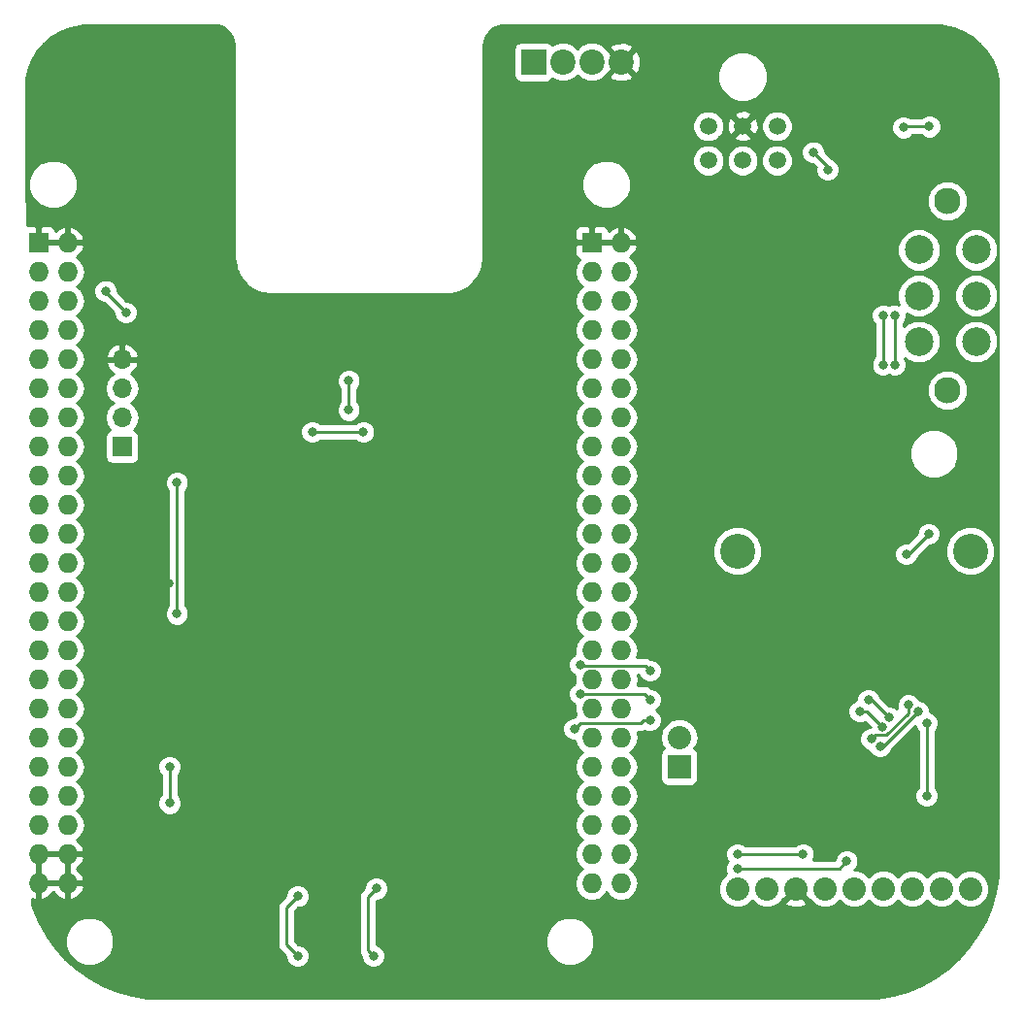
<source format=gbl>
G04 #@! TF.GenerationSoftware,KiCad,Pcbnew,(5.0.1)-3*
G04 #@! TF.CreationDate,2018-11-19T22:52:35-06:00*
G04 #@! TF.ProjectId,19-ELC-2700(Telemetry),31392D454C432D323730302854656C65,rev?*
G04 #@! TF.SameCoordinates,Original*
G04 #@! TF.FileFunction,Copper,L2,Bot,Signal*
G04 #@! TF.FilePolarity,Positive*
%FSLAX46Y46*%
G04 Gerber Fmt 4.6, Leading zero omitted, Abs format (unit mm)*
G04 Created by KiCad (PCBNEW (5.0.1)-3) date 11/19/2018 10:52:35 PM*
%MOMM*%
%LPD*%
G01*
G04 APERTURE LIST*
G04 #@! TA.AperFunction,ComponentPad*
%ADD10O,1.727200X1.727200*%
G04 #@! TD*
G04 #@! TA.AperFunction,ComponentPad*
%ADD11R,1.727200X1.727200*%
G04 #@! TD*
G04 #@! TA.AperFunction,ComponentPad*
%ADD12C,1.500000*%
G04 #@! TD*
G04 #@! TA.AperFunction,WasherPad*
%ADD13C,2.300000*%
G04 #@! TD*
G04 #@! TA.AperFunction,ComponentPad*
%ADD14C,2.500000*%
G04 #@! TD*
G04 #@! TA.AperFunction,ComponentPad*
%ADD15R,1.700000X1.700000*%
G04 #@! TD*
G04 #@! TA.AperFunction,ComponentPad*
%ADD16O,1.700000X1.700000*%
G04 #@! TD*
G04 #@! TA.AperFunction,ComponentPad*
%ADD17R,2.032000X2.032000*%
G04 #@! TD*
G04 #@! TA.AperFunction,ComponentPad*
%ADD18O,2.032000X2.032000*%
G04 #@! TD*
G04 #@! TA.AperFunction,ComponentPad*
%ADD19C,2.032000*%
G04 #@! TD*
G04 #@! TA.AperFunction,WasherPad*
%ADD20C,3.048000*%
G04 #@! TD*
G04 #@! TA.AperFunction,ComponentPad*
%ADD21R,2.200000X2.200000*%
G04 #@! TD*
G04 #@! TA.AperFunction,ComponentPad*
%ADD22C,2.200000*%
G04 #@! TD*
G04 #@! TA.AperFunction,ViaPad*
%ADD23C,0.800000*%
G04 #@! TD*
G04 #@! TA.AperFunction,Conductor*
%ADD24C,0.250000*%
G04 #@! TD*
G04 #@! TA.AperFunction,Conductor*
%ADD25C,0.254000*%
G04 #@! TD*
G04 APERTURE END LIST*
D10*
G04 #@! TO.P,J1,P9_46*
G04 #@! TO.N,GND*
X42240000Y-95230000D03*
G04 #@! TO.P,J1,P9_45*
X39700000Y-95230000D03*
G04 #@! TO.P,J1,P9_44*
X42240000Y-92690000D03*
G04 #@! TO.P,J1,P9_43*
X39700000Y-92690000D03*
G04 #@! TO.P,J1,P9_42*
G04 #@! TO.N,Net-(J1-PadP9_42)*
X42240000Y-90150000D03*
G04 #@! TO.P,J1,P9_41*
G04 #@! TO.N,Net-(J1-PadP9_41)*
X39700000Y-90150000D03*
G04 #@! TO.P,J1,P9_40*
G04 #@! TO.N,Net-(J1-PadP9_40)*
X42240000Y-87610000D03*
G04 #@! TO.P,J1,P9_39*
G04 #@! TO.N,Net-(J1-PadP9_39)*
X39700000Y-87610000D03*
G04 #@! TO.P,J1,P9_38*
G04 #@! TO.N,Net-(J1-PadP9_38)*
X42240000Y-85070000D03*
G04 #@! TO.P,J1,P9_37*
G04 #@! TO.N,Net-(J1-PadP9_37)*
X39700000Y-85070000D03*
G04 #@! TO.P,J1,P9_36*
G04 #@! TO.N,Net-(J1-PadP9_36)*
X42240000Y-82530000D03*
G04 #@! TO.P,J1,P9_35*
G04 #@! TO.N,Net-(J1-PadP9_35)*
X39700000Y-82530000D03*
G04 #@! TO.P,J1,P9_34*
G04 #@! TO.N,Net-(J1-PadP9_34)*
X42240000Y-79990000D03*
G04 #@! TO.P,J1,P9_33*
G04 #@! TO.N,Net-(J1-PadP9_33)*
X39700000Y-79990000D03*
G04 #@! TO.P,J1,P9_32*
G04 #@! TO.N,Net-(J1-PadP9_32)*
X42240000Y-77450000D03*
G04 #@! TO.P,J1,P9_31*
G04 #@! TO.N,/SW2*
X39700000Y-77450000D03*
G04 #@! TO.P,J1,P9_30*
G04 #@! TO.N,/SW1*
X42240000Y-74910000D03*
G04 #@! TO.P,J1,P9_29*
G04 #@! TO.N,/LED2*
X39700000Y-74910000D03*
G04 #@! TO.P,J1,P9_28*
G04 #@! TO.N,/LED1*
X42240000Y-72370000D03*
G04 #@! TO.P,J1,P9_27*
G04 #@! TO.N,/LED0*
X39700000Y-72370000D03*
G04 #@! TO.P,J1,P9_26*
G04 #@! TO.N,/CANTX*
X42240000Y-69830000D03*
G04 #@! TO.P,J1,P9_25*
G04 #@! TO.N,Net-(J1-PadP9_25)*
X39700000Y-69830000D03*
G04 #@! TO.P,J1,P9_24*
G04 #@! TO.N,/CANRX*
X42240000Y-67290000D03*
G04 #@! TO.P,J1,P9_23*
G04 #@! TO.N,Net-(J1-PadP9_23)*
X39700000Y-67290000D03*
G04 #@! TO.P,J1,P9_22*
G04 #@! TO.N,/GPSRX*
X42240000Y-64750000D03*
G04 #@! TO.P,J1,P9_21*
G04 #@! TO.N,/GPSTX*
X39700000Y-64750000D03*
G04 #@! TO.P,J1,P9_20*
G04 #@! TO.N,/I2Ccom*
X42240000Y-62210000D03*
G04 #@! TO.P,J1,P9_19*
G04 #@! TO.N,/I2Cclk*
X39700000Y-62210000D03*
G04 #@! TO.P,J1,P9_18*
G04 #@! TO.N,Net-(J1-PadP9_18)*
X42240000Y-59670000D03*
G04 #@! TO.P,J1,P9_17*
G04 #@! TO.N,Net-(J1-PadP9_17)*
X39700000Y-59670000D03*
G04 #@! TO.P,J1,P9_16*
G04 #@! TO.N,Net-(J1-PadP9_16)*
X42240000Y-57130000D03*
G04 #@! TO.P,J1,P9_15*
G04 #@! TO.N,Net-(J1-PadP9_15)*
X39700000Y-57130000D03*
G04 #@! TO.P,J1,P9_14*
G04 #@! TO.N,Net-(J1-PadP9_14)*
X42240000Y-54590000D03*
G04 #@! TO.P,J1,P9_13*
G04 #@! TO.N,/UART_TX*
X39700000Y-54590000D03*
G04 #@! TO.P,J1,P9_12*
G04 #@! TO.N,Net-(J1-PadP9_12)*
X42240000Y-52050000D03*
G04 #@! TO.P,J1,P9_11*
G04 #@! TO.N,/UART_RX*
X39700000Y-52050000D03*
G04 #@! TO.P,J1,P9_10*
G04 #@! TO.N,Net-(J1-PadP9_10)*
X42240000Y-49510000D03*
G04 #@! TO.P,J1,P9_9*
G04 #@! TO.N,Net-(J1-PadP9_9)*
X39700000Y-49510000D03*
G04 #@! TO.P,J1,P9_8*
G04 #@! TO.N,Net-(J1-PadP9_8)*
X42240000Y-46970000D03*
G04 #@! TO.P,J1,P9_7*
G04 #@! TO.N,Net-(J1-PadP9_7)*
X39700000Y-46970000D03*
G04 #@! TO.P,J1,P9_6*
G04 #@! TO.N,+5V*
X42240000Y-44430000D03*
G04 #@! TO.P,J1,P9_5*
X39700000Y-44430000D03*
G04 #@! TO.P,J1,P9_4*
G04 #@! TO.N,+3V3*
X42240000Y-41890000D03*
G04 #@! TO.P,J1,P9_3*
X39700000Y-41890000D03*
G04 #@! TO.P,J1,P9_2*
G04 #@! TO.N,GND*
X42240000Y-39350000D03*
D11*
G04 #@! TO.P,J1,P9_1*
X39700000Y-39350000D03*
D10*
G04 #@! TO.P,J1,P8_25*
G04 #@! TO.N,Net-(J1-PadP8_25)*
X87960000Y-69830000D03*
G04 #@! TO.P,J1,P8_10*
G04 #@! TO.N,Net-(J1-PadP8_10)*
X90500000Y-49510000D03*
G04 #@! TO.P,J1,P8_37*
G04 #@! TO.N,Net-(J1-PadP8_37)*
X87960000Y-85070000D03*
G04 #@! TO.P,J1,P8_18*
G04 #@! TO.N,Net-(J1-PadP8_18)*
X90500000Y-59670000D03*
G04 #@! TO.P,J1,P8_39*
G04 #@! TO.N,Net-(J1-PadP8_39)*
X87960000Y-87610000D03*
G04 #@! TO.P,J1,P8_27*
G04 #@! TO.N,Net-(J1-PadP8_27)*
X87960000Y-72370000D03*
G04 #@! TO.P,J1,P8_15*
G04 #@! TO.N,Net-(J1-PadP8_15)*
X87960000Y-57130000D03*
G04 #@! TO.P,J1,P8_11*
G04 #@! TO.N,Net-(J1-PadP8_11)*
X87960000Y-52050000D03*
G04 #@! TO.P,J1,P8_4*
G04 #@! TO.N,Net-(J1-PadP8_4)*
X90500000Y-41890000D03*
G04 #@! TO.P,J1,P8_31*
G04 #@! TO.N,Net-(J1-PadP8_31)*
X87960000Y-77450000D03*
G04 #@! TO.P,J1,P8_17*
G04 #@! TO.N,Net-(J1-PadP8_17)*
X87960000Y-59670000D03*
G04 #@! TO.P,J1,P8_7*
G04 #@! TO.N,Net-(J1-PadP8_7)*
X87960000Y-46970000D03*
G04 #@! TO.P,J1,P8_40*
G04 #@! TO.N,Net-(J1-PadP8_40)*
X90500000Y-87610000D03*
G04 #@! TO.P,J1,P8_46*
G04 #@! TO.N,Net-(J1-PadP8_46)*
X90500000Y-95230000D03*
G04 #@! TO.P,J1,P8_29*
G04 #@! TO.N,Net-(J1-PadP8_29)*
X87960000Y-74910000D03*
G04 #@! TO.P,J1,P8_12*
G04 #@! TO.N,Net-(J1-PadP8_12)*
X90500000Y-52050000D03*
G04 #@! TO.P,J1,P8_43*
G04 #@! TO.N,Net-(J1-PadP8_43)*
X87960000Y-92690000D03*
G04 #@! TO.P,J1,P8_42*
G04 #@! TO.N,Net-(J1-PadP8_42)*
X90500000Y-90150000D03*
G04 #@! TO.P,J1,P8_45*
G04 #@! TO.N,Net-(J1-PadP8_45)*
X87960000Y-95230000D03*
G04 #@! TO.P,J1,P8_34*
G04 #@! TO.N,Net-(J1-PadP8_34)*
X90500000Y-79990000D03*
G04 #@! TO.P,J1,P8_22*
G04 #@! TO.N,Net-(J1-PadP8_22)*
X90500000Y-64750000D03*
G04 #@! TO.P,J1,P8_6*
G04 #@! TO.N,Net-(J1-PadP8_6)*
X90500000Y-44430000D03*
G04 #@! TO.P,J1,P8_24*
G04 #@! TO.N,Net-(J1-PadP8_24)*
X90500000Y-67290000D03*
G04 #@! TO.P,J1,P8_8*
G04 #@! TO.N,Net-(J1-PadP8_8)*
X90500000Y-46970000D03*
G04 #@! TO.P,J1,P8_5*
G04 #@! TO.N,Net-(J1-PadP8_5)*
X87960000Y-44430000D03*
G04 #@! TO.P,J1,P8_3*
G04 #@! TO.N,Net-(J1-PadP8_3)*
X87960000Y-41890000D03*
G04 #@! TO.P,J1,P8_2*
G04 #@! TO.N,GND*
X90500000Y-39350000D03*
D11*
G04 #@! TO.P,J1,P8_1*
X87960000Y-39350000D03*
D10*
G04 #@! TO.P,J1,P8_38*
G04 #@! TO.N,Net-(J1-PadP8_38)*
X90500000Y-85070000D03*
G04 #@! TO.P,J1,P8_36*
G04 #@! TO.N,Net-(J1-PadP8_36)*
X90500000Y-82530000D03*
G04 #@! TO.P,J1,P8_23*
G04 #@! TO.N,Net-(J1-PadP8_23)*
X87960000Y-67290000D03*
G04 #@! TO.P,J1,P8_20*
G04 #@! TO.N,Net-(J1-PadP8_20)*
X90500000Y-62210000D03*
G04 #@! TO.P,J1,P8_9*
G04 #@! TO.N,Net-(J1-PadP8_9)*
X87960000Y-49510000D03*
G04 #@! TO.P,J1,P8_33*
G04 #@! TO.N,Net-(J1-PadP8_33)*
X87960000Y-79990000D03*
G04 #@! TO.P,J1,P8_28*
G04 #@! TO.N,Net-(J1-PadP8_28)*
X90500000Y-72370000D03*
G04 #@! TO.P,J1,P8_16*
G04 #@! TO.N,Net-(J1-PadP8_16)*
X90500000Y-57130000D03*
G04 #@! TO.P,J1,P8_14*
G04 #@! TO.N,Net-(J1-PadP8_14)*
X90500000Y-54590000D03*
G04 #@! TO.P,J1,P8_19*
G04 #@! TO.N,Net-(J1-PadP8_19)*
X87960000Y-62210000D03*
G04 #@! TO.P,J1,P8_41*
G04 #@! TO.N,Net-(J1-PadP8_41)*
X87960000Y-90150000D03*
G04 #@! TO.P,J1,P8_30*
G04 #@! TO.N,Net-(J1-PadP8_30)*
X90500000Y-74910000D03*
G04 #@! TO.P,J1,P8_44*
G04 #@! TO.N,Net-(J1-PadP8_44)*
X90500000Y-92690000D03*
G04 #@! TO.P,J1,P8_26*
G04 #@! TO.N,Net-(J1-PadP8_26)*
X90500000Y-69830000D03*
G04 #@! TO.P,J1,P8_35*
G04 #@! TO.N,Net-(J1-PadP8_35)*
X87960000Y-82530000D03*
G04 #@! TO.P,J1,P8_32*
G04 #@! TO.N,Net-(J1-PadP8_32)*
X90500000Y-77450000D03*
G04 #@! TO.P,J1,P8_21*
G04 #@! TO.N,Net-(J1-PadP8_21)*
X87960000Y-64750000D03*
G04 #@! TO.P,J1,P8_13*
G04 #@! TO.N,Net-(J1-PadP8_13)*
X87960000Y-54590000D03*
G04 #@! TD*
D12*
G04 #@! TO.P,J3,1*
G04 #@! TO.N,/12V_RAW*
X98120000Y-29190000D03*
G04 #@! TO.P,J3,4*
G04 #@! TO.N,/CANHigh*
X98120000Y-32190000D03*
G04 #@! TO.P,J3,5*
G04 #@! TO.N,/CANLow*
X101120000Y-32190000D03*
G04 #@! TO.P,J3,2*
G04 #@! TO.N,GND*
X101120000Y-29190000D03*
G04 #@! TO.P,J3,6*
G04 #@! TO.N,/CANHigh*
X104120000Y-32190000D03*
G04 #@! TO.P,J3,3*
G04 #@! TO.N,/CANLow*
X104120000Y-29190000D03*
G04 #@! TD*
D13*
G04 #@! TO.P,U1,*
G04 #@! TO.N,*
X118988000Y-35736000D03*
X118988000Y-52236000D03*
D14*
G04 #@! TO.P,U1,5*
G04 #@! TO.N,+12V*
X116488000Y-43986000D03*
G04 #@! TO.P,U1,4*
G04 #@! TO.N,Net-(U1-Pad4)*
X116488000Y-39986000D03*
G04 #@! TO.P,U1,6*
G04 #@! TO.N,/12V to 5V Converter/12V_IN*
X116488000Y-47986000D03*
G04 #@! TO.P,U1,3*
G04 #@! TO.N,Net-(U1-Pad3)*
X121488000Y-47986000D03*
G04 #@! TO.P,U1,2*
G04 #@! TO.N,Net-(U1-Pad2)*
X121488000Y-43986000D03*
G04 #@! TO.P,U1,1*
G04 #@! TO.N,Net-(U1-Pad1)*
X121488000Y-39986000D03*
G04 #@! TD*
D15*
G04 #@! TO.P,J2,1*
G04 #@! TO.N,+3V3*
X46990000Y-57150000D03*
D16*
G04 #@! TO.P,J2,2*
G04 #@! TO.N,/UART_TX*
X46990000Y-54610000D03*
G04 #@! TO.P,J2,3*
G04 #@! TO.N,/UART_RX*
X46990000Y-52070000D03*
G04 #@! TO.P,J2,4*
G04 #@! TO.N,GND*
X46990000Y-49530000D03*
G04 #@! TD*
D17*
G04 #@! TO.P,JP1,1*
G04 #@! TO.N,/CANHigh*
X95580000Y-85070000D03*
D18*
G04 #@! TO.P,JP1,2*
G04 #@! TO.N,Net-(JP1-Pad2)*
X95580000Y-82530000D03*
G04 #@! TD*
D19*
G04 #@! TO.P,U3,9*
G04 #@! TO.N,Net-(U3-Pad9)*
X100660000Y-95738000D03*
D20*
G04 #@! TO.P,U3,*
G04 #@! TO.N,*
X120980000Y-66274000D03*
X100660000Y-66274000D03*
D19*
G04 #@! TO.P,U3,8*
G04 #@! TO.N,+5V*
X103200000Y-95738000D03*
G04 #@! TO.P,U3,7*
G04 #@! TO.N,GND*
X105740000Y-95738000D03*
G04 #@! TO.P,U3,6*
G04 #@! TO.N,/GPSTX*
X108280000Y-95738000D03*
G04 #@! TO.P,U3,5*
G04 #@! TO.N,/GPSRX*
X110820000Y-95738000D03*
G04 #@! TO.P,U3,4*
G04 #@! TO.N,Net-(U3-Pad4)*
X113360000Y-95738000D03*
G04 #@! TO.P,U3,3*
G04 #@! TO.N,+BATT*
X115900000Y-95738000D03*
G04 #@! TO.P,U3,2*
G04 #@! TO.N,Net-(U3-Pad2)*
X118440000Y-95738000D03*
G04 #@! TO.P,U3,1*
G04 #@! TO.N,Net-(U3-Pad1)*
X120980000Y-95738000D03*
G04 #@! TD*
D21*
G04 #@! TO.P,J4,1*
G04 #@! TO.N,/CANHigh*
X82880000Y-23602000D03*
D22*
G04 #@! TO.P,J4,2*
G04 #@! TO.N,/CANLow*
X85420000Y-23602000D03*
G04 #@! TO.P,J4,3*
G04 #@! TO.N,/12V_RAW*
X87960000Y-23602000D03*
G04 #@! TO.P,J4,4*
G04 #@! TO.N,GND*
X90500000Y-23602000D03*
G04 #@! TD*
D23*
G04 #@! TO.N,GND*
X101422000Y-54336000D03*
X102946000Y-54336000D03*
X107518000Y-45700000D03*
X110820000Y-44176000D03*
X109296000Y-44176000D03*
X104978000Y-46462000D03*
X103962000Y-46462000D03*
X102946000Y-46462000D03*
X102946000Y-45446000D03*
X103962000Y-45446000D03*
X104978000Y-45446000D03*
X104978000Y-44430000D03*
X103962000Y-44430000D03*
X102946000Y-44430000D03*
X46050000Y-83800000D03*
X73736000Y-48240000D03*
X72466000Y-55860000D03*
X51040000Y-69105000D03*
X72085000Y-101580000D03*
X107518000Y-44176000D03*
X102184000Y-53320000D03*
X114155000Y-86340000D03*
X99517000Y-41255000D03*
X50495058Y-74910000D03*
X110312000Y-28936000D03*
X117003000Y-31687000D03*
X118186000Y-31730000D03*
X115646000Y-31730000D03*
G04 #@! TO.N,+3V3*
X51130000Y-85070000D03*
X51765000Y-71735000D03*
X51765000Y-60296399D03*
X68021000Y-55860000D03*
X63576000Y-55860000D03*
X51130000Y-88245008D03*
X47320000Y-45446000D03*
X113313294Y-81584060D03*
X111327990Y-80244000D03*
X93040000Y-79228000D03*
X86944000Y-78720000D03*
X45542000Y-43575990D03*
G04 #@! TO.N,+BATT*
X117170000Y-87610000D03*
X117170000Y-81260000D03*
X113868000Y-80752000D03*
X112089992Y-79228000D03*
X93040000Y-76688000D03*
X86944000Y-76180000D03*
G04 #@! TO.N,+5V*
X62306000Y-101580000D03*
X62306000Y-96354001D03*
G04 #@! TO.N,/GPSRX*
X100660000Y-93960000D03*
X110185000Y-93325000D03*
G04 #@! TO.N,/GPSTX*
X100660000Y-92690000D03*
X106375000Y-92690000D03*
G04 #@! TO.N,/I2Ccom*
X66751000Y-51415000D03*
X66751000Y-53955000D03*
G04 #@! TO.N,/CANHigh*
X114388794Y-50005609D03*
X113106000Y-83292010D03*
X114376000Y-45700000D03*
X116408000Y-80244000D03*
G04 #@! TO.N,/CANLow*
X112333040Y-82657527D03*
X113360000Y-45700000D03*
X115575951Y-79689276D03*
X107264000Y-31465000D03*
X108534000Y-32999978D03*
X113363540Y-50005543D03*
G04 #@! TO.N,/He Protec/OVLO*
X117403000Y-29226548D03*
X115138000Y-29317000D03*
G04 #@! TO.N,+12V*
X117350000Y-64750000D03*
X86436000Y-81768000D03*
X69164000Y-95693601D03*
X68910000Y-101580000D03*
X115392000Y-66528000D03*
X93040000Y-81006000D03*
G04 #@! TD*
D24*
G04 #@! TO.N,GND*
X117003000Y-31687000D02*
X115689000Y-31687000D01*
X115689000Y-31687000D02*
X115646000Y-31730000D01*
G04 #@! TO.N,+3V3*
X51765000Y-71735000D02*
X51765000Y-60296399D01*
X68021000Y-55860000D02*
X63576000Y-55860000D01*
X51130000Y-85070000D02*
X51130000Y-88245008D01*
X111893675Y-80244000D02*
X111327990Y-80244000D01*
X113313294Y-81584060D02*
X111973234Y-80244000D01*
X111973234Y-80244000D02*
X111893675Y-80244000D01*
X93040000Y-79228000D02*
X92532000Y-78720000D01*
X92532000Y-78720000D02*
X86944000Y-78720000D01*
X47320000Y-45446000D02*
X45542000Y-43668000D01*
X45542000Y-43668000D02*
X45542000Y-43575990D01*
G04 #@! TO.N,+BATT*
X117170000Y-87610000D02*
X117170000Y-81260000D01*
X112344000Y-79228000D02*
X112089992Y-79228000D01*
X113868000Y-80752000D02*
X112344000Y-79228000D01*
X87025399Y-76261399D02*
X86944000Y-76180000D01*
X93040000Y-76688000D02*
X92613399Y-76261399D01*
X92613399Y-76261399D02*
X87025399Y-76261399D01*
G04 #@! TO.N,+5V*
X61290000Y-100564000D02*
X62306000Y-101580000D01*
X61290000Y-97370001D02*
X61290000Y-100564000D01*
X62306000Y-96354001D02*
X61290000Y-97370001D01*
G04 #@! TO.N,/GPSRX*
X100660000Y-93960000D02*
X109550000Y-93960000D01*
X109550000Y-93960000D02*
X110185000Y-93325000D01*
G04 #@! TO.N,/GPSTX*
X100660000Y-92690000D02*
X106375000Y-92690000D01*
G04 #@! TO.N,/I2Ccom*
X66751000Y-51415000D02*
X66751000Y-53955000D01*
G04 #@! TO.N,/CANHigh*
X114388794Y-50005609D02*
X114388794Y-45712794D01*
X114388794Y-45712794D02*
X114376000Y-45700000D01*
X113359990Y-83292010D02*
X116408000Y-80244000D01*
X113106000Y-83292010D02*
X113359990Y-83292010D01*
G04 #@! TO.N,/CANLow*
X115575951Y-80394405D02*
X115575951Y-80254961D01*
X112681506Y-82309061D02*
X113661295Y-82309061D01*
X112333040Y-82657527D02*
X112681506Y-82309061D01*
X115575951Y-80254961D02*
X115575951Y-79689276D01*
X113661295Y-82309061D02*
X115575951Y-80394405D01*
X107264000Y-31465000D02*
X108534000Y-32735000D01*
X108534000Y-32735000D02*
X108534000Y-32999978D01*
X113360000Y-50002003D02*
X113363540Y-50005543D01*
X113360000Y-45700000D02*
X113360000Y-50002003D01*
G04 #@! TO.N,/He Protec/OVLO*
X117403000Y-29226548D02*
X115228452Y-29226548D01*
X115228452Y-29226548D02*
X115138000Y-29317000D01*
G04 #@! TO.N,+12V*
X68402000Y-101072000D02*
X68910000Y-101580000D01*
X69164000Y-95693601D02*
X68402000Y-96455601D01*
X68402000Y-96455601D02*
X68402000Y-101072000D01*
X117350000Y-64750000D02*
X115572000Y-66528000D01*
X115572000Y-66528000D02*
X115392000Y-66528000D01*
X92474315Y-81006000D02*
X93040000Y-81006000D01*
X86944000Y-81260000D02*
X92220315Y-81260000D01*
X92220315Y-81260000D02*
X92474315Y-81006000D01*
X86436000Y-81768000D02*
X86944000Y-81260000D01*
G04 #@! TD*
D25*
G04 #@! TO.N,GND*
G36*
X55393698Y-20437958D02*
X55818893Y-20606305D01*
X56188858Y-20875101D01*
X56480356Y-21227462D01*
X56675067Y-21641244D01*
X56767093Y-22123662D01*
X56770001Y-22216195D01*
X56770000Y-40689925D01*
X56772193Y-40700950D01*
X56775362Y-40801789D01*
X56777117Y-40812872D01*
X56776413Y-40824068D01*
X56787588Y-40912528D01*
X56906892Y-41537944D01*
X56920697Y-41580430D01*
X56929066Y-41624305D01*
X56961889Y-41707207D01*
X57232980Y-42283304D01*
X57256916Y-42321021D01*
X57275934Y-42361436D01*
X57328343Y-42433571D01*
X57734185Y-42924151D01*
X57766754Y-42954736D01*
X57795222Y-42989147D01*
X57863915Y-43045975D01*
X57863922Y-43045982D01*
X57863926Y-43045984D01*
X58379019Y-43420221D01*
X58418165Y-43441742D01*
X58454301Y-43467996D01*
X58534965Y-43505954D01*
X58534978Y-43505961D01*
X58534985Y-43505963D01*
X59126960Y-43740343D01*
X59170236Y-43751454D01*
X59211758Y-43767894D01*
X59299330Y-43784600D01*
X59299342Y-43784603D01*
X59299349Y-43784603D01*
X59906108Y-43861255D01*
X59950074Y-43870000D01*
X75329926Y-43870000D01*
X75340952Y-43867807D01*
X75441789Y-43864638D01*
X75452872Y-43862883D01*
X75464068Y-43863587D01*
X75552528Y-43852412D01*
X76177944Y-43733108D01*
X76220430Y-43719303D01*
X76264305Y-43710934D01*
X76347207Y-43678111D01*
X76923304Y-43407020D01*
X76961021Y-43383084D01*
X77001436Y-43364066D01*
X77073571Y-43311657D01*
X77564151Y-42905815D01*
X77594736Y-42873246D01*
X77629147Y-42844778D01*
X77685975Y-42776085D01*
X77685982Y-42776078D01*
X77685984Y-42776074D01*
X78060221Y-42260981D01*
X78081742Y-42221835D01*
X78107996Y-42185699D01*
X78145954Y-42105035D01*
X78145961Y-42105022D01*
X78145963Y-42105015D01*
X78380343Y-41513040D01*
X78391454Y-41469764D01*
X78407894Y-41428242D01*
X78424600Y-41340670D01*
X78424603Y-41340658D01*
X78424603Y-41340651D01*
X78501255Y-40733892D01*
X78510000Y-40689926D01*
X78510000Y-38360090D01*
X86461400Y-38360090D01*
X86461400Y-39064250D01*
X86620150Y-39223000D01*
X87833000Y-39223000D01*
X87833000Y-38010150D01*
X88087000Y-38010150D01*
X88087000Y-39223000D01*
X90373000Y-39223000D01*
X90373000Y-38015531D01*
X90627000Y-38015531D01*
X90627000Y-39223000D01*
X91833817Y-39223000D01*
X91954958Y-38990974D01*
X91782688Y-38575053D01*
X91388490Y-38143179D01*
X90859027Y-37895032D01*
X90627000Y-38015531D01*
X90373000Y-38015531D01*
X90140973Y-37895032D01*
X89611510Y-38143179D01*
X89444529Y-38326119D01*
X89361927Y-38126701D01*
X89183298Y-37948073D01*
X88949909Y-37851400D01*
X88245750Y-37851400D01*
X88087000Y-38010150D01*
X87833000Y-38010150D01*
X87674250Y-37851400D01*
X86970091Y-37851400D01*
X86736702Y-37948073D01*
X86558073Y-38126701D01*
X86461400Y-38360090D01*
X78510000Y-38360090D01*
X78510000Y-33845322D01*
X87095000Y-33845322D01*
X87095000Y-34694678D01*
X87420034Y-35479380D01*
X88020620Y-36079966D01*
X88805322Y-36405000D01*
X89654678Y-36405000D01*
X90439380Y-36079966D01*
X91039966Y-35479380D01*
X91080740Y-35380941D01*
X117203000Y-35380941D01*
X117203000Y-36091059D01*
X117474750Y-36747121D01*
X117976879Y-37249250D01*
X118632941Y-37521000D01*
X119343059Y-37521000D01*
X119999121Y-37249250D01*
X120501250Y-36747121D01*
X120773000Y-36091059D01*
X120773000Y-35380941D01*
X120501250Y-34724879D01*
X119999121Y-34222750D01*
X119343059Y-33951000D01*
X118632941Y-33951000D01*
X117976879Y-34222750D01*
X117474750Y-34724879D01*
X117203000Y-35380941D01*
X91080740Y-35380941D01*
X91365000Y-34694678D01*
X91365000Y-33845322D01*
X91039966Y-33060620D01*
X90439380Y-32460034D01*
X89654678Y-32135000D01*
X88805322Y-32135000D01*
X88020620Y-32460034D01*
X87420034Y-33060620D01*
X87095000Y-33845322D01*
X78510000Y-33845322D01*
X78510000Y-31914506D01*
X96735000Y-31914506D01*
X96735000Y-32465494D01*
X96945853Y-32974540D01*
X97335460Y-33364147D01*
X97844506Y-33575000D01*
X98395494Y-33575000D01*
X98904540Y-33364147D01*
X99294147Y-32974540D01*
X99505000Y-32465494D01*
X99505000Y-31914506D01*
X99735000Y-31914506D01*
X99735000Y-32465494D01*
X99945853Y-32974540D01*
X100335460Y-33364147D01*
X100844506Y-33575000D01*
X101395494Y-33575000D01*
X101904540Y-33364147D01*
X102294147Y-32974540D01*
X102505000Y-32465494D01*
X102505000Y-31914506D01*
X102735000Y-31914506D01*
X102735000Y-32465494D01*
X102945853Y-32974540D01*
X103335460Y-33364147D01*
X103844506Y-33575000D01*
X104395494Y-33575000D01*
X104904540Y-33364147D01*
X105294147Y-32974540D01*
X105505000Y-32465494D01*
X105505000Y-31914506D01*
X105294147Y-31405460D01*
X105147813Y-31259126D01*
X106229000Y-31259126D01*
X106229000Y-31670874D01*
X106386569Y-32051280D01*
X106677720Y-32342431D01*
X107058126Y-32500000D01*
X107224199Y-32500000D01*
X107504654Y-32780455D01*
X107499000Y-32794104D01*
X107499000Y-33205852D01*
X107656569Y-33586258D01*
X107947720Y-33877409D01*
X108328126Y-34034978D01*
X108739874Y-34034978D01*
X109120280Y-33877409D01*
X109411431Y-33586258D01*
X109569000Y-33205852D01*
X109569000Y-32794104D01*
X109411431Y-32413698D01*
X109120280Y-32122547D01*
X108908717Y-32034915D01*
X108299000Y-31425199D01*
X108299000Y-31259126D01*
X108141431Y-30878720D01*
X107850280Y-30587569D01*
X107469874Y-30430000D01*
X107058126Y-30430000D01*
X106677720Y-30587569D01*
X106386569Y-30878720D01*
X106229000Y-31259126D01*
X105147813Y-31259126D01*
X104904540Y-31015853D01*
X104395494Y-30805000D01*
X103844506Y-30805000D01*
X103335460Y-31015853D01*
X102945853Y-31405460D01*
X102735000Y-31914506D01*
X102505000Y-31914506D01*
X102294147Y-31405460D01*
X101904540Y-31015853D01*
X101395494Y-30805000D01*
X100844506Y-30805000D01*
X100335460Y-31015853D01*
X99945853Y-31405460D01*
X99735000Y-31914506D01*
X99505000Y-31914506D01*
X99294147Y-31405460D01*
X98904540Y-31015853D01*
X98395494Y-30805000D01*
X97844506Y-30805000D01*
X97335460Y-31015853D01*
X96945853Y-31405460D01*
X96735000Y-31914506D01*
X78510000Y-31914506D01*
X78510000Y-28914506D01*
X96735000Y-28914506D01*
X96735000Y-29465494D01*
X96945853Y-29974540D01*
X97335460Y-30364147D01*
X97844506Y-30575000D01*
X98395494Y-30575000D01*
X98904540Y-30364147D01*
X99107170Y-30161517D01*
X100328088Y-30161517D01*
X100396077Y-30402460D01*
X100915171Y-30587201D01*
X101465448Y-30559230D01*
X101843923Y-30402460D01*
X101911912Y-30161517D01*
X101120000Y-29369605D01*
X100328088Y-30161517D01*
X99107170Y-30161517D01*
X99294147Y-29974540D01*
X99505000Y-29465494D01*
X99505000Y-28985171D01*
X99722799Y-28985171D01*
X99750770Y-29535448D01*
X99907540Y-29913923D01*
X100148483Y-29981912D01*
X100940395Y-29190000D01*
X101299605Y-29190000D01*
X102091517Y-29981912D01*
X102332460Y-29913923D01*
X102517201Y-29394829D01*
X102492786Y-28914506D01*
X102735000Y-28914506D01*
X102735000Y-29465494D01*
X102945853Y-29974540D01*
X103335460Y-30364147D01*
X103844506Y-30575000D01*
X104395494Y-30575000D01*
X104904540Y-30364147D01*
X105294147Y-29974540D01*
X105505000Y-29465494D01*
X105505000Y-29111126D01*
X114103000Y-29111126D01*
X114103000Y-29522874D01*
X114260569Y-29903280D01*
X114551720Y-30194431D01*
X114932126Y-30352000D01*
X115343874Y-30352000D01*
X115724280Y-30194431D01*
X115932163Y-29986548D01*
X116699289Y-29986548D01*
X116816720Y-30103979D01*
X117197126Y-30261548D01*
X117608874Y-30261548D01*
X117989280Y-30103979D01*
X118280431Y-29812828D01*
X118438000Y-29432422D01*
X118438000Y-29020674D01*
X118280431Y-28640268D01*
X117989280Y-28349117D01*
X117608874Y-28191548D01*
X117197126Y-28191548D01*
X116816720Y-28349117D01*
X116699289Y-28466548D01*
X115751259Y-28466548D01*
X115724280Y-28439569D01*
X115343874Y-28282000D01*
X114932126Y-28282000D01*
X114551720Y-28439569D01*
X114260569Y-28730720D01*
X114103000Y-29111126D01*
X105505000Y-29111126D01*
X105505000Y-28914506D01*
X105294147Y-28405460D01*
X104904540Y-28015853D01*
X104395494Y-27805000D01*
X103844506Y-27805000D01*
X103335460Y-28015853D01*
X102945853Y-28405460D01*
X102735000Y-28914506D01*
X102492786Y-28914506D01*
X102489230Y-28844552D01*
X102332460Y-28466077D01*
X102091517Y-28398088D01*
X101299605Y-29190000D01*
X100940395Y-29190000D01*
X100148483Y-28398088D01*
X99907540Y-28466077D01*
X99722799Y-28985171D01*
X99505000Y-28985171D01*
X99505000Y-28914506D01*
X99294147Y-28405460D01*
X99107170Y-28218483D01*
X100328088Y-28218483D01*
X101120000Y-29010395D01*
X101911912Y-28218483D01*
X101843923Y-27977540D01*
X101324829Y-27792799D01*
X100774552Y-27820770D01*
X100396077Y-27977540D01*
X100328088Y-28218483D01*
X99107170Y-28218483D01*
X98904540Y-28015853D01*
X98395494Y-27805000D01*
X97844506Y-27805000D01*
X97335460Y-28015853D01*
X96945853Y-28405460D01*
X96735000Y-28914506D01*
X78510000Y-28914506D01*
X78510000Y-22502000D01*
X81132560Y-22502000D01*
X81132560Y-24702000D01*
X81181843Y-24949765D01*
X81322191Y-25159809D01*
X81532235Y-25300157D01*
X81780000Y-25349440D01*
X83980000Y-25349440D01*
X84227765Y-25300157D01*
X84437809Y-25159809D01*
X84483180Y-25091907D01*
X85074887Y-25337000D01*
X85765113Y-25337000D01*
X86402799Y-25072862D01*
X86690000Y-24785661D01*
X86977201Y-25072862D01*
X87614887Y-25337000D01*
X88305113Y-25337000D01*
X88942799Y-25072862D01*
X89188793Y-24826868D01*
X89454737Y-24826868D01*
X89565641Y-25104099D01*
X90211593Y-25347323D01*
X90901453Y-25324836D01*
X91434359Y-25104099D01*
X91545263Y-24826868D01*
X90500000Y-23781605D01*
X89454737Y-24826868D01*
X89188793Y-24826868D01*
X89430862Y-24584799D01*
X89496811Y-24425584D01*
X90320395Y-23602000D01*
X90679605Y-23602000D01*
X91724868Y-24647263D01*
X92002099Y-24536359D01*
X92040122Y-24435376D01*
X98935000Y-24435376D01*
X98935000Y-25304624D01*
X99267646Y-26107703D01*
X99882297Y-26722354D01*
X100685376Y-27055000D01*
X101554624Y-27055000D01*
X102357703Y-26722354D01*
X102972354Y-26107703D01*
X103305000Y-25304624D01*
X103305000Y-24435376D01*
X102972354Y-23632297D01*
X102357703Y-23017646D01*
X101554624Y-22685000D01*
X100685376Y-22685000D01*
X99882297Y-23017646D01*
X99267646Y-23632297D01*
X98935000Y-24435376D01*
X92040122Y-24435376D01*
X92245323Y-23890407D01*
X92222836Y-23200547D01*
X92002099Y-22667641D01*
X91724868Y-22556737D01*
X90679605Y-23602000D01*
X90320395Y-23602000D01*
X89496811Y-22778416D01*
X89430862Y-22619201D01*
X89188793Y-22377132D01*
X89454737Y-22377132D01*
X90500000Y-23422395D01*
X91545263Y-22377132D01*
X91434359Y-22099901D01*
X90788407Y-21856677D01*
X90098547Y-21879164D01*
X89565641Y-22099901D01*
X89454737Y-22377132D01*
X89188793Y-22377132D01*
X88942799Y-22131138D01*
X88305113Y-21867000D01*
X87614887Y-21867000D01*
X86977201Y-22131138D01*
X86690000Y-22418339D01*
X86402799Y-22131138D01*
X85765113Y-21867000D01*
X85074887Y-21867000D01*
X84483180Y-22112093D01*
X84437809Y-22044191D01*
X84227765Y-21903843D01*
X83980000Y-21854560D01*
X81780000Y-21854560D01*
X81532235Y-21903843D01*
X81322191Y-22044191D01*
X81181843Y-22254235D01*
X81132560Y-22502000D01*
X78510000Y-22502000D01*
X78510000Y-22249666D01*
X78572958Y-21751302D01*
X78741305Y-21326107D01*
X79010101Y-20956142D01*
X79362462Y-20664644D01*
X79776244Y-20469933D01*
X80001307Y-20427000D01*
X118437827Y-20427000D01*
X118686943Y-20446606D01*
X119547181Y-20653131D01*
X120364505Y-20991677D01*
X121118821Y-21453923D01*
X121791530Y-22028470D01*
X122366077Y-22701179D01*
X122828320Y-23455489D01*
X123166870Y-24272820D01*
X123373394Y-25133057D01*
X123393000Y-25382173D01*
X123393000Y-94235263D01*
X123369176Y-94661390D01*
X123145961Y-95981117D01*
X122777025Y-97267746D01*
X122266971Y-98505230D01*
X121622156Y-99678145D01*
X120850614Y-100771876D01*
X119961965Y-101772784D01*
X118967282Y-102668400D01*
X117878970Y-103447555D01*
X116710584Y-104100544D01*
X115476691Y-104619225D01*
X114192678Y-104997130D01*
X112874528Y-105229556D01*
X112342949Y-105263000D01*
X49584737Y-105263000D01*
X49158610Y-105239176D01*
X47838883Y-105015961D01*
X46552254Y-104647025D01*
X45314770Y-104136971D01*
X44141855Y-103492156D01*
X43048124Y-102720614D01*
X42047216Y-101831965D01*
X41151600Y-100837282D01*
X40470064Y-99885322D01*
X42010000Y-99885322D01*
X42010000Y-100734678D01*
X42335034Y-101519380D01*
X42935620Y-102119966D01*
X43720322Y-102445000D01*
X44569678Y-102445000D01*
X45354380Y-102119966D01*
X45954966Y-101519380D01*
X46280000Y-100734678D01*
X46280000Y-99885322D01*
X45954966Y-99100620D01*
X45354380Y-98500034D01*
X44569678Y-98175000D01*
X43720322Y-98175000D01*
X42935620Y-98500034D01*
X42335034Y-99100620D01*
X42010000Y-99885322D01*
X40470064Y-99885322D01*
X40372445Y-99748970D01*
X39719456Y-98580584D01*
X39210574Y-97370001D01*
X60515112Y-97370001D01*
X60530000Y-97444848D01*
X60530001Y-100489148D01*
X60515112Y-100564000D01*
X60530001Y-100638852D01*
X60549886Y-100738821D01*
X60574097Y-100860537D01*
X60678574Y-101016897D01*
X60742072Y-101111929D01*
X60805528Y-101154329D01*
X61271000Y-101619802D01*
X61271000Y-101785874D01*
X61428569Y-102166280D01*
X61719720Y-102457431D01*
X62100126Y-102615000D01*
X62511874Y-102615000D01*
X62892280Y-102457431D01*
X63183431Y-102166280D01*
X63341000Y-101785874D01*
X63341000Y-101374126D01*
X63183431Y-100993720D01*
X62892280Y-100702569D01*
X62511874Y-100545000D01*
X62345802Y-100545000D01*
X62050000Y-100249199D01*
X62050000Y-97684802D01*
X62345802Y-97389001D01*
X62511874Y-97389001D01*
X62892280Y-97231432D01*
X63183431Y-96940281D01*
X63341000Y-96559875D01*
X63341000Y-96455601D01*
X67627112Y-96455601D01*
X67642000Y-96530448D01*
X67642001Y-100997148D01*
X67627112Y-101072000D01*
X67686097Y-101368537D01*
X67763339Y-101484137D01*
X67854072Y-101619929D01*
X67875000Y-101633913D01*
X67875000Y-101785874D01*
X68032569Y-102166280D01*
X68323720Y-102457431D01*
X68704126Y-102615000D01*
X69115874Y-102615000D01*
X69496280Y-102457431D01*
X69787431Y-102166280D01*
X69945000Y-101785874D01*
X69945000Y-101374126D01*
X69787431Y-100993720D01*
X69496280Y-100702569D01*
X69162000Y-100564106D01*
X69162000Y-99885322D01*
X83920000Y-99885322D01*
X83920000Y-100734678D01*
X84245034Y-101519380D01*
X84845620Y-102119966D01*
X85630322Y-102445000D01*
X86479678Y-102445000D01*
X87264380Y-102119966D01*
X87864966Y-101519380D01*
X88190000Y-100734678D01*
X88190000Y-99885322D01*
X87864966Y-99100620D01*
X87264380Y-98500034D01*
X86479678Y-98175000D01*
X85630322Y-98175000D01*
X84845620Y-98500034D01*
X84245034Y-99100620D01*
X83920000Y-99885322D01*
X69162000Y-99885322D01*
X69162000Y-96770402D01*
X69203801Y-96728601D01*
X69369874Y-96728601D01*
X69750280Y-96571032D01*
X70041431Y-96279881D01*
X70199000Y-95899475D01*
X70199000Y-95487727D01*
X70041431Y-95107321D01*
X69750280Y-94816170D01*
X69369874Y-94658601D01*
X68958126Y-94658601D01*
X68577720Y-94816170D01*
X68286569Y-95107321D01*
X68129000Y-95487727D01*
X68129000Y-95653800D01*
X67917530Y-95865270D01*
X67854071Y-95907672D01*
X67686096Y-96159065D01*
X67642000Y-96380750D01*
X67642000Y-96380754D01*
X67627112Y-96455601D01*
X63341000Y-96455601D01*
X63341000Y-96148127D01*
X63183431Y-95767721D01*
X62892280Y-95476570D01*
X62511874Y-95319001D01*
X62100126Y-95319001D01*
X61719720Y-95476570D01*
X61428569Y-95767721D01*
X61271000Y-96148127D01*
X61271000Y-96314199D01*
X60805530Y-96779670D01*
X60742071Y-96822072D01*
X60574096Y-97073465D01*
X60530000Y-97295150D01*
X60530000Y-97295154D01*
X60515112Y-97370001D01*
X39210574Y-97370001D01*
X39200775Y-97346691D01*
X39130188Y-97106858D01*
X39126289Y-96584351D01*
X39340973Y-96684968D01*
X39573000Y-96564469D01*
X39573000Y-95357000D01*
X39827000Y-95357000D01*
X39827000Y-96564469D01*
X40059027Y-96684968D01*
X40588490Y-96436821D01*
X40970000Y-96018848D01*
X41351510Y-96436821D01*
X41880973Y-96684968D01*
X42113000Y-96564469D01*
X42113000Y-95357000D01*
X42367000Y-95357000D01*
X42367000Y-96564469D01*
X42599027Y-96684968D01*
X43128490Y-96436821D01*
X43522688Y-96004947D01*
X43694958Y-95589026D01*
X43573817Y-95357000D01*
X42367000Y-95357000D01*
X42113000Y-95357000D01*
X39827000Y-95357000D01*
X39573000Y-95357000D01*
X39553000Y-95357000D01*
X39553000Y-95103000D01*
X39573000Y-95103000D01*
X39573000Y-92817000D01*
X39827000Y-92817000D01*
X39827000Y-95103000D01*
X42113000Y-95103000D01*
X42113000Y-92817000D01*
X42367000Y-92817000D01*
X42367000Y-95103000D01*
X43573817Y-95103000D01*
X43694958Y-94870974D01*
X43522688Y-94455053D01*
X43128490Y-94023179D01*
X42993687Y-93960000D01*
X43128490Y-93896821D01*
X43522688Y-93464947D01*
X43694958Y-93049026D01*
X43573817Y-92817000D01*
X42367000Y-92817000D01*
X42113000Y-92817000D01*
X39827000Y-92817000D01*
X39573000Y-92817000D01*
X39553000Y-92817000D01*
X39553000Y-92563000D01*
X39573000Y-92563000D01*
X39573000Y-92543000D01*
X39827000Y-92543000D01*
X39827000Y-92563000D01*
X42113000Y-92563000D01*
X42113000Y-92543000D01*
X42367000Y-92543000D01*
X42367000Y-92563000D01*
X43573817Y-92563000D01*
X43694958Y-92330974D01*
X43522688Y-91915053D01*
X43128490Y-91483179D01*
X43018979Y-91431854D01*
X43320430Y-91230430D01*
X43651650Y-90734725D01*
X43767959Y-90150000D01*
X43651650Y-89565275D01*
X43320430Y-89069570D01*
X43036719Y-88880000D01*
X43320430Y-88690430D01*
X43651650Y-88194725D01*
X43767959Y-87610000D01*
X43651650Y-87025275D01*
X43320430Y-86529570D01*
X43036719Y-86340000D01*
X43320430Y-86150430D01*
X43651650Y-85654725D01*
X43767959Y-85070000D01*
X43727009Y-84864126D01*
X50095000Y-84864126D01*
X50095000Y-85275874D01*
X50252569Y-85656280D01*
X50370000Y-85773711D01*
X50370001Y-87541296D01*
X50252569Y-87658728D01*
X50095000Y-88039134D01*
X50095000Y-88450882D01*
X50252569Y-88831288D01*
X50543720Y-89122439D01*
X50924126Y-89280008D01*
X51335874Y-89280008D01*
X51716280Y-89122439D01*
X52007431Y-88831288D01*
X52165000Y-88450882D01*
X52165000Y-88039134D01*
X52007431Y-87658728D01*
X51890000Y-87541297D01*
X51890000Y-85773711D01*
X52007431Y-85656280D01*
X52165000Y-85275874D01*
X52165000Y-84864126D01*
X52007431Y-84483720D01*
X51716280Y-84192569D01*
X51335874Y-84035000D01*
X50924126Y-84035000D01*
X50543720Y-84192569D01*
X50252569Y-84483720D01*
X50095000Y-84864126D01*
X43727009Y-84864126D01*
X43651650Y-84485275D01*
X43320430Y-83989570D01*
X43036719Y-83800000D01*
X43320430Y-83610430D01*
X43651650Y-83114725D01*
X43767959Y-82530000D01*
X43651650Y-81945275D01*
X43395638Y-81562126D01*
X85401000Y-81562126D01*
X85401000Y-81973874D01*
X85558569Y-82354280D01*
X85849720Y-82645431D01*
X86230126Y-82803000D01*
X86486344Y-82803000D01*
X86548350Y-83114725D01*
X86879570Y-83610430D01*
X87163281Y-83800000D01*
X86879570Y-83989570D01*
X86548350Y-84485275D01*
X86432041Y-85070000D01*
X86548350Y-85654725D01*
X86879570Y-86150430D01*
X87163281Y-86340000D01*
X86879570Y-86529570D01*
X86548350Y-87025275D01*
X86432041Y-87610000D01*
X86548350Y-88194725D01*
X86879570Y-88690430D01*
X87163281Y-88880000D01*
X86879570Y-89069570D01*
X86548350Y-89565275D01*
X86432041Y-90150000D01*
X86548350Y-90734725D01*
X86879570Y-91230430D01*
X87163281Y-91420000D01*
X86879570Y-91609570D01*
X86548350Y-92105275D01*
X86432041Y-92690000D01*
X86548350Y-93274725D01*
X86879570Y-93770430D01*
X87163281Y-93960000D01*
X86879570Y-94149570D01*
X86548350Y-94645275D01*
X86432041Y-95230000D01*
X86548350Y-95814725D01*
X86879570Y-96310430D01*
X87375275Y-96641650D01*
X87812402Y-96728600D01*
X88107598Y-96728600D01*
X88544725Y-96641650D01*
X89040430Y-96310430D01*
X89230000Y-96026719D01*
X89419570Y-96310430D01*
X89915275Y-96641650D01*
X90352402Y-96728600D01*
X90647598Y-96728600D01*
X91084725Y-96641650D01*
X91580430Y-96310430D01*
X91911650Y-95814725D01*
X91992235Y-95409596D01*
X99009000Y-95409596D01*
X99009000Y-96066404D01*
X99260350Y-96673216D01*
X99724784Y-97137650D01*
X100331596Y-97389000D01*
X100988404Y-97389000D01*
X101595216Y-97137650D01*
X101930000Y-96802866D01*
X102264784Y-97137650D01*
X102871596Y-97389000D01*
X103528404Y-97389000D01*
X104135216Y-97137650D01*
X104370759Y-96902107D01*
X104755498Y-96902107D01*
X104856120Y-97170622D01*
X105471642Y-97399816D01*
X106128019Y-97376014D01*
X106623880Y-97170622D01*
X106724502Y-96902107D01*
X105740000Y-95917605D01*
X104755498Y-96902107D01*
X104370759Y-96902107D01*
X104557323Y-96715543D01*
X104575893Y-96722502D01*
X105560395Y-95738000D01*
X105546253Y-95723858D01*
X105725858Y-95544253D01*
X105740000Y-95558395D01*
X105754143Y-95544253D01*
X105933748Y-95723858D01*
X105919605Y-95738000D01*
X106904107Y-96722502D01*
X106922677Y-96715543D01*
X107344784Y-97137650D01*
X107951596Y-97389000D01*
X108608404Y-97389000D01*
X109215216Y-97137650D01*
X109550000Y-96802866D01*
X109884784Y-97137650D01*
X110491596Y-97389000D01*
X111148404Y-97389000D01*
X111755216Y-97137650D01*
X112090000Y-96802866D01*
X112424784Y-97137650D01*
X113031596Y-97389000D01*
X113688404Y-97389000D01*
X114295216Y-97137650D01*
X114630000Y-96802866D01*
X114964784Y-97137650D01*
X115571596Y-97389000D01*
X116228404Y-97389000D01*
X116835216Y-97137650D01*
X117170000Y-96802866D01*
X117504784Y-97137650D01*
X118111596Y-97389000D01*
X118768404Y-97389000D01*
X119375216Y-97137650D01*
X119710000Y-96802866D01*
X120044784Y-97137650D01*
X120651596Y-97389000D01*
X121308404Y-97389000D01*
X121915216Y-97137650D01*
X122379650Y-96673216D01*
X122631000Y-96066404D01*
X122631000Y-95409596D01*
X122379650Y-94802784D01*
X121915216Y-94338350D01*
X121308404Y-94087000D01*
X120651596Y-94087000D01*
X120044784Y-94338350D01*
X119710000Y-94673134D01*
X119375216Y-94338350D01*
X118768404Y-94087000D01*
X118111596Y-94087000D01*
X117504784Y-94338350D01*
X117170000Y-94673134D01*
X116835216Y-94338350D01*
X116228404Y-94087000D01*
X115571596Y-94087000D01*
X114964784Y-94338350D01*
X114630000Y-94673134D01*
X114295216Y-94338350D01*
X113688404Y-94087000D01*
X113031596Y-94087000D01*
X112424784Y-94338350D01*
X112090000Y-94673134D01*
X111755216Y-94338350D01*
X111148404Y-94087000D01*
X110886711Y-94087000D01*
X111062431Y-93911280D01*
X111220000Y-93530874D01*
X111220000Y-93119126D01*
X111062431Y-92738720D01*
X110771280Y-92447569D01*
X110390874Y-92290000D01*
X109979126Y-92290000D01*
X109598720Y-92447569D01*
X109307569Y-92738720D01*
X109150000Y-93119126D01*
X109150000Y-93200000D01*
X107284027Y-93200000D01*
X107410000Y-92895874D01*
X107410000Y-92484126D01*
X107252431Y-92103720D01*
X106961280Y-91812569D01*
X106580874Y-91655000D01*
X106169126Y-91655000D01*
X105788720Y-91812569D01*
X105671289Y-91930000D01*
X101363711Y-91930000D01*
X101246280Y-91812569D01*
X100865874Y-91655000D01*
X100454126Y-91655000D01*
X100073720Y-91812569D01*
X99782569Y-92103720D01*
X99625000Y-92484126D01*
X99625000Y-92895874D01*
X99782569Y-93276280D01*
X99831289Y-93325000D01*
X99782569Y-93373720D01*
X99625000Y-93754126D01*
X99625000Y-94165874D01*
X99704743Y-94358391D01*
X99260350Y-94802784D01*
X99009000Y-95409596D01*
X91992235Y-95409596D01*
X92027959Y-95230000D01*
X91911650Y-94645275D01*
X91580430Y-94149570D01*
X91296719Y-93960000D01*
X91580430Y-93770430D01*
X91911650Y-93274725D01*
X92027959Y-92690000D01*
X91911650Y-92105275D01*
X91580430Y-91609570D01*
X91296719Y-91420000D01*
X91580430Y-91230430D01*
X91911650Y-90734725D01*
X92027959Y-90150000D01*
X91911650Y-89565275D01*
X91580430Y-89069570D01*
X91296719Y-88880000D01*
X91580430Y-88690430D01*
X91911650Y-88194725D01*
X92027959Y-87610000D01*
X91911650Y-87025275D01*
X91580430Y-86529570D01*
X91296719Y-86340000D01*
X91580430Y-86150430D01*
X91911650Y-85654725D01*
X92027959Y-85070000D01*
X91911650Y-84485275D01*
X91580430Y-83989570D01*
X91296719Y-83800000D01*
X91580430Y-83610430D01*
X91911650Y-83114725D01*
X92027959Y-82530000D01*
X93896655Y-82530000D01*
X94024792Y-83174188D01*
X94244856Y-83503537D01*
X94106191Y-83596191D01*
X93965843Y-83806235D01*
X93916560Y-84054000D01*
X93916560Y-86086000D01*
X93965843Y-86333765D01*
X94106191Y-86543809D01*
X94316235Y-86684157D01*
X94564000Y-86733440D01*
X96596000Y-86733440D01*
X96843765Y-86684157D01*
X97053809Y-86543809D01*
X97194157Y-86333765D01*
X97243440Y-86086000D01*
X97243440Y-84054000D01*
X97194157Y-83806235D01*
X97053809Y-83596191D01*
X96915144Y-83503537D01*
X97135208Y-83174188D01*
X97263345Y-82530000D01*
X97135208Y-81885812D01*
X96770305Y-81339695D01*
X96224188Y-80974792D01*
X95742609Y-80879000D01*
X95417391Y-80879000D01*
X94935812Y-80974792D01*
X94389695Y-81339695D01*
X94024792Y-81885812D01*
X93896655Y-82530000D01*
X92027959Y-82530000D01*
X91926514Y-82020000D01*
X92145468Y-82020000D01*
X92220315Y-82034888D01*
X92295162Y-82020000D01*
X92295167Y-82020000D01*
X92516852Y-81975904D01*
X92578126Y-81934962D01*
X92834126Y-82041000D01*
X93245874Y-82041000D01*
X93626280Y-81883431D01*
X93917431Y-81592280D01*
X94075000Y-81211874D01*
X94075000Y-80800126D01*
X93917431Y-80419720D01*
X93626280Y-80128569D01*
X93598350Y-80117000D01*
X93626280Y-80105431D01*
X93693585Y-80038126D01*
X110292990Y-80038126D01*
X110292990Y-80449874D01*
X110450559Y-80830280D01*
X110741710Y-81121431D01*
X111122116Y-81279000D01*
X111533864Y-81279000D01*
X111816402Y-81161969D01*
X112276959Y-81622527D01*
X112127166Y-81622527D01*
X111746760Y-81780096D01*
X111455609Y-82071247D01*
X111298040Y-82451653D01*
X111298040Y-82863401D01*
X111455609Y-83243807D01*
X111746760Y-83534958D01*
X112127166Y-83692527D01*
X112151624Y-83692527D01*
X112228569Y-83878290D01*
X112519720Y-84169441D01*
X112900126Y-84327010D01*
X113311874Y-84327010D01*
X113692280Y-84169441D01*
X113983431Y-83878290D01*
X114078833Y-83647968D01*
X116171883Y-81554918D01*
X116292569Y-81846280D01*
X116410001Y-81963712D01*
X116410000Y-86906289D01*
X116292569Y-87023720D01*
X116135000Y-87404126D01*
X116135000Y-87815874D01*
X116292569Y-88196280D01*
X116583720Y-88487431D01*
X116964126Y-88645000D01*
X117375874Y-88645000D01*
X117756280Y-88487431D01*
X118047431Y-88196280D01*
X118205000Y-87815874D01*
X118205000Y-87404126D01*
X118047431Y-87023720D01*
X117930000Y-86906289D01*
X117930000Y-81963711D01*
X118047431Y-81846280D01*
X118205000Y-81465874D01*
X118205000Y-81054126D01*
X118047431Y-80673720D01*
X117756280Y-80382569D01*
X117443000Y-80252804D01*
X117443000Y-80038126D01*
X117285431Y-79657720D01*
X116994280Y-79366569D01*
X116613874Y-79209000D01*
X116497290Y-79209000D01*
X116453382Y-79102996D01*
X116162231Y-78811845D01*
X115781825Y-78654276D01*
X115370077Y-78654276D01*
X114989671Y-78811845D01*
X114698520Y-79102996D01*
X114540951Y-79483402D01*
X114540951Y-79895150D01*
X114587684Y-80007973D01*
X114454280Y-79874569D01*
X114073874Y-79717000D01*
X113907802Y-79717000D01*
X113062813Y-78872011D01*
X112967423Y-78641720D01*
X112676272Y-78350569D01*
X112295866Y-78193000D01*
X111884118Y-78193000D01*
X111503712Y-78350569D01*
X111212561Y-78641720D01*
X111054992Y-79022126D01*
X111054992Y-79236804D01*
X110741710Y-79366569D01*
X110450559Y-79657720D01*
X110292990Y-80038126D01*
X93693585Y-80038126D01*
X93917431Y-79814280D01*
X94075000Y-79433874D01*
X94075000Y-79022126D01*
X93917431Y-78641720D01*
X93626280Y-78350569D01*
X93245874Y-78193000D01*
X93093913Y-78193000D01*
X93079929Y-78172071D01*
X92828537Y-78004096D01*
X92606852Y-77960000D01*
X92606847Y-77960000D01*
X92532000Y-77945112D01*
X92457153Y-77960000D01*
X91926514Y-77960000D01*
X92027959Y-77450000D01*
X91942705Y-77021399D01*
X92057822Y-77021399D01*
X92162569Y-77274280D01*
X92453720Y-77565431D01*
X92834126Y-77723000D01*
X93245874Y-77723000D01*
X93626280Y-77565431D01*
X93917431Y-77274280D01*
X94075000Y-76893874D01*
X94075000Y-76482126D01*
X93917431Y-76101720D01*
X93626280Y-75810569D01*
X93245874Y-75653000D01*
X93070828Y-75653000D01*
X92909936Y-75545495D01*
X92688251Y-75501399D01*
X92688246Y-75501399D01*
X92613399Y-75486511D01*
X92538552Y-75501399D01*
X91907191Y-75501399D01*
X91911650Y-75494725D01*
X92027959Y-74910000D01*
X91911650Y-74325275D01*
X91580430Y-73829570D01*
X91296719Y-73640000D01*
X91580430Y-73450430D01*
X91911650Y-72954725D01*
X92027959Y-72370000D01*
X91911650Y-71785275D01*
X91580430Y-71289570D01*
X91296719Y-71100000D01*
X91580430Y-70910430D01*
X91911650Y-70414725D01*
X92027959Y-69830000D01*
X91911650Y-69245275D01*
X91580430Y-68749570D01*
X91296719Y-68560000D01*
X91580430Y-68370430D01*
X91911650Y-67874725D01*
X92027959Y-67290000D01*
X91911650Y-66705275D01*
X91580430Y-66209570D01*
X91296719Y-66020000D01*
X91559300Y-65844548D01*
X98501000Y-65844548D01*
X98501000Y-66703452D01*
X98829688Y-67496975D01*
X99437025Y-68104312D01*
X100230548Y-68433000D01*
X101089452Y-68433000D01*
X101882975Y-68104312D01*
X102490312Y-67496975D01*
X102819000Y-66703452D01*
X102819000Y-66322126D01*
X114357000Y-66322126D01*
X114357000Y-66733874D01*
X114514569Y-67114280D01*
X114805720Y-67405431D01*
X115186126Y-67563000D01*
X115597874Y-67563000D01*
X115978280Y-67405431D01*
X116269431Y-67114280D01*
X116417152Y-66757649D01*
X117330253Y-65844548D01*
X118821000Y-65844548D01*
X118821000Y-66703452D01*
X119149688Y-67496975D01*
X119757025Y-68104312D01*
X120550548Y-68433000D01*
X121409452Y-68433000D01*
X122202975Y-68104312D01*
X122810312Y-67496975D01*
X123139000Y-66703452D01*
X123139000Y-65844548D01*
X122810312Y-65051025D01*
X122202975Y-64443688D01*
X121409452Y-64115000D01*
X120550548Y-64115000D01*
X119757025Y-64443688D01*
X119149688Y-65051025D01*
X118821000Y-65844548D01*
X117330253Y-65844548D01*
X117389802Y-65785000D01*
X117555874Y-65785000D01*
X117936280Y-65627431D01*
X118227431Y-65336280D01*
X118385000Y-64955874D01*
X118385000Y-64544126D01*
X118227431Y-64163720D01*
X117936280Y-63872569D01*
X117555874Y-63715000D01*
X117144126Y-63715000D01*
X116763720Y-63872569D01*
X116472569Y-64163720D01*
X116315000Y-64544126D01*
X116315000Y-64710198D01*
X115532199Y-65493000D01*
X115186126Y-65493000D01*
X114805720Y-65650569D01*
X114514569Y-65941720D01*
X114357000Y-66322126D01*
X102819000Y-66322126D01*
X102819000Y-65844548D01*
X102490312Y-65051025D01*
X101882975Y-64443688D01*
X101089452Y-64115000D01*
X100230548Y-64115000D01*
X99437025Y-64443688D01*
X98829688Y-65051025D01*
X98501000Y-65844548D01*
X91559300Y-65844548D01*
X91580430Y-65830430D01*
X91911650Y-65334725D01*
X92027959Y-64750000D01*
X91911650Y-64165275D01*
X91580430Y-63669570D01*
X91296719Y-63480000D01*
X91580430Y-63290430D01*
X91911650Y-62794725D01*
X92027959Y-62210000D01*
X91911650Y-61625275D01*
X91580430Y-61129570D01*
X91296719Y-60940000D01*
X91580430Y-60750430D01*
X91911650Y-60254725D01*
X92027959Y-59670000D01*
X91911650Y-59085275D01*
X91580430Y-58589570D01*
X91296719Y-58400000D01*
X91580430Y-58210430D01*
X91911650Y-57714725D01*
X91986123Y-57340322D01*
X115670000Y-57340322D01*
X115670000Y-58189678D01*
X115995034Y-58974380D01*
X116595620Y-59574966D01*
X117380322Y-59900000D01*
X118229678Y-59900000D01*
X119014380Y-59574966D01*
X119614966Y-58974380D01*
X119940000Y-58189678D01*
X119940000Y-57340322D01*
X119614966Y-56555620D01*
X119014380Y-55955034D01*
X118229678Y-55630000D01*
X117380322Y-55630000D01*
X116595620Y-55955034D01*
X115995034Y-56555620D01*
X115670000Y-57340322D01*
X91986123Y-57340322D01*
X92027959Y-57130000D01*
X91911650Y-56545275D01*
X91580430Y-56049570D01*
X91296719Y-55860000D01*
X91580430Y-55670430D01*
X91911650Y-55174725D01*
X92027959Y-54590000D01*
X91911650Y-54005275D01*
X91580430Y-53509570D01*
X91296719Y-53320000D01*
X91580430Y-53130430D01*
X91911650Y-52634725D01*
X92027959Y-52050000D01*
X91994332Y-51880941D01*
X117203000Y-51880941D01*
X117203000Y-52591059D01*
X117474750Y-53247121D01*
X117976879Y-53749250D01*
X118632941Y-54021000D01*
X119343059Y-54021000D01*
X119999121Y-53749250D01*
X120501250Y-53247121D01*
X120773000Y-52591059D01*
X120773000Y-51880941D01*
X120501250Y-51224879D01*
X119999121Y-50722750D01*
X119343059Y-50451000D01*
X118632941Y-50451000D01*
X117976879Y-50722750D01*
X117474750Y-51224879D01*
X117203000Y-51880941D01*
X91994332Y-51880941D01*
X91911650Y-51465275D01*
X91580430Y-50969570D01*
X91296719Y-50780000D01*
X91580430Y-50590430D01*
X91911650Y-50094725D01*
X92027959Y-49510000D01*
X91911650Y-48925275D01*
X91580430Y-48429570D01*
X91296719Y-48240000D01*
X91580430Y-48050430D01*
X91911650Y-47554725D01*
X92027959Y-46970000D01*
X91911650Y-46385275D01*
X91580430Y-45889570D01*
X91296719Y-45700000D01*
X91580430Y-45510430D01*
X91591324Y-45494126D01*
X112325000Y-45494126D01*
X112325000Y-45905874D01*
X112482569Y-46286280D01*
X112600000Y-46403711D01*
X112600001Y-49305371D01*
X112486109Y-49419263D01*
X112328540Y-49799669D01*
X112328540Y-50211417D01*
X112486109Y-50591823D01*
X112777260Y-50882974D01*
X113157666Y-51040543D01*
X113569414Y-51040543D01*
X113876087Y-50913515D01*
X114182920Y-51040609D01*
X114594668Y-51040609D01*
X114975074Y-50883040D01*
X115266225Y-50591889D01*
X115423794Y-50211483D01*
X115423794Y-49799735D01*
X115273783Y-49437576D01*
X115420233Y-49584026D01*
X116113050Y-49871000D01*
X116862950Y-49871000D01*
X117555767Y-49584026D01*
X118086026Y-49053767D01*
X118373000Y-48360950D01*
X118373000Y-47611050D01*
X119603000Y-47611050D01*
X119603000Y-48360950D01*
X119889974Y-49053767D01*
X120420233Y-49584026D01*
X121113050Y-49871000D01*
X121862950Y-49871000D01*
X122555767Y-49584026D01*
X123086026Y-49053767D01*
X123373000Y-48360950D01*
X123373000Y-47611050D01*
X123086026Y-46918233D01*
X122555767Y-46387974D01*
X121862950Y-46101000D01*
X121113050Y-46101000D01*
X120420233Y-46387974D01*
X119889974Y-46918233D01*
X119603000Y-47611050D01*
X118373000Y-47611050D01*
X118086026Y-46918233D01*
X117555767Y-46387974D01*
X116862950Y-46101000D01*
X116113050Y-46101000D01*
X115420233Y-46387974D01*
X115148794Y-46659413D01*
X115148794Y-46390917D01*
X115253431Y-46286280D01*
X115411000Y-45905874D01*
X115411000Y-45574793D01*
X115420233Y-45584026D01*
X116113050Y-45871000D01*
X116862950Y-45871000D01*
X117555767Y-45584026D01*
X118086026Y-45053767D01*
X118373000Y-44360950D01*
X118373000Y-43611050D01*
X119603000Y-43611050D01*
X119603000Y-44360950D01*
X119889974Y-45053767D01*
X120420233Y-45584026D01*
X121113050Y-45871000D01*
X121862950Y-45871000D01*
X122555767Y-45584026D01*
X123086026Y-45053767D01*
X123373000Y-44360950D01*
X123373000Y-43611050D01*
X123086026Y-42918233D01*
X122555767Y-42387974D01*
X121862950Y-42101000D01*
X121113050Y-42101000D01*
X120420233Y-42387974D01*
X119889974Y-42918233D01*
X119603000Y-43611050D01*
X118373000Y-43611050D01*
X118086026Y-42918233D01*
X117555767Y-42387974D01*
X116862950Y-42101000D01*
X116113050Y-42101000D01*
X115420233Y-42387974D01*
X114889974Y-42918233D01*
X114603000Y-43611050D01*
X114603000Y-44360950D01*
X114759400Y-44738534D01*
X114581874Y-44665000D01*
X114170126Y-44665000D01*
X113868000Y-44790144D01*
X113565874Y-44665000D01*
X113154126Y-44665000D01*
X112773720Y-44822569D01*
X112482569Y-45113720D01*
X112325000Y-45494126D01*
X91591324Y-45494126D01*
X91911650Y-45014725D01*
X92027959Y-44430000D01*
X91911650Y-43845275D01*
X91580430Y-43349570D01*
X91296719Y-43160000D01*
X91580430Y-42970430D01*
X91911650Y-42474725D01*
X92027959Y-41890000D01*
X91911650Y-41305275D01*
X91580430Y-40809570D01*
X91278979Y-40608146D01*
X91388490Y-40556821D01*
X91782688Y-40124947D01*
X91954958Y-39709026D01*
X91903805Y-39611050D01*
X114603000Y-39611050D01*
X114603000Y-40360950D01*
X114889974Y-41053767D01*
X115420233Y-41584026D01*
X116113050Y-41871000D01*
X116862950Y-41871000D01*
X117555767Y-41584026D01*
X118086026Y-41053767D01*
X118373000Y-40360950D01*
X118373000Y-39611050D01*
X119603000Y-39611050D01*
X119603000Y-40360950D01*
X119889974Y-41053767D01*
X120420233Y-41584026D01*
X121113050Y-41871000D01*
X121862950Y-41871000D01*
X122555767Y-41584026D01*
X123086026Y-41053767D01*
X123373000Y-40360950D01*
X123373000Y-39611050D01*
X123086026Y-38918233D01*
X122555767Y-38387974D01*
X121862950Y-38101000D01*
X121113050Y-38101000D01*
X120420233Y-38387974D01*
X119889974Y-38918233D01*
X119603000Y-39611050D01*
X118373000Y-39611050D01*
X118086026Y-38918233D01*
X117555767Y-38387974D01*
X116862950Y-38101000D01*
X116113050Y-38101000D01*
X115420233Y-38387974D01*
X114889974Y-38918233D01*
X114603000Y-39611050D01*
X91903805Y-39611050D01*
X91833817Y-39477000D01*
X90627000Y-39477000D01*
X90627000Y-39497000D01*
X90373000Y-39497000D01*
X90373000Y-39477000D01*
X88087000Y-39477000D01*
X88087000Y-39497000D01*
X87833000Y-39497000D01*
X87833000Y-39477000D01*
X86620150Y-39477000D01*
X86461400Y-39635750D01*
X86461400Y-40339910D01*
X86558073Y-40573299D01*
X86736702Y-40751927D01*
X86878767Y-40810772D01*
X86548350Y-41305275D01*
X86432041Y-41890000D01*
X86548350Y-42474725D01*
X86879570Y-42970430D01*
X87163281Y-43160000D01*
X86879570Y-43349570D01*
X86548350Y-43845275D01*
X86432041Y-44430000D01*
X86548350Y-45014725D01*
X86879570Y-45510430D01*
X87163281Y-45700000D01*
X86879570Y-45889570D01*
X86548350Y-46385275D01*
X86432041Y-46970000D01*
X86548350Y-47554725D01*
X86879570Y-48050430D01*
X87163281Y-48240000D01*
X86879570Y-48429570D01*
X86548350Y-48925275D01*
X86432041Y-49510000D01*
X86548350Y-50094725D01*
X86879570Y-50590430D01*
X87163281Y-50780000D01*
X86879570Y-50969570D01*
X86548350Y-51465275D01*
X86432041Y-52050000D01*
X86548350Y-52634725D01*
X86879570Y-53130430D01*
X87163281Y-53320000D01*
X86879570Y-53509570D01*
X86548350Y-54005275D01*
X86432041Y-54590000D01*
X86548350Y-55174725D01*
X86879570Y-55670430D01*
X87163281Y-55860000D01*
X86879570Y-56049570D01*
X86548350Y-56545275D01*
X86432041Y-57130000D01*
X86548350Y-57714725D01*
X86879570Y-58210430D01*
X87163281Y-58400000D01*
X86879570Y-58589570D01*
X86548350Y-59085275D01*
X86432041Y-59670000D01*
X86548350Y-60254725D01*
X86879570Y-60750430D01*
X87163281Y-60940000D01*
X86879570Y-61129570D01*
X86548350Y-61625275D01*
X86432041Y-62210000D01*
X86548350Y-62794725D01*
X86879570Y-63290430D01*
X87163281Y-63480000D01*
X86879570Y-63669570D01*
X86548350Y-64165275D01*
X86432041Y-64750000D01*
X86548350Y-65334725D01*
X86879570Y-65830430D01*
X87163281Y-66020000D01*
X86879570Y-66209570D01*
X86548350Y-66705275D01*
X86432041Y-67290000D01*
X86548350Y-67874725D01*
X86879570Y-68370430D01*
X87163281Y-68560000D01*
X86879570Y-68749570D01*
X86548350Y-69245275D01*
X86432041Y-69830000D01*
X86548350Y-70414725D01*
X86879570Y-70910430D01*
X87163281Y-71100000D01*
X86879570Y-71289570D01*
X86548350Y-71785275D01*
X86432041Y-72370000D01*
X86548350Y-72954725D01*
X86879570Y-73450430D01*
X87163281Y-73640000D01*
X86879570Y-73829570D01*
X86548350Y-74325275D01*
X86432041Y-74910000D01*
X86498526Y-75244245D01*
X86357720Y-75302569D01*
X86066569Y-75593720D01*
X85909000Y-75974126D01*
X85909000Y-76385874D01*
X86066569Y-76766280D01*
X86357720Y-77057431D01*
X86498526Y-77115755D01*
X86432041Y-77450000D01*
X86498526Y-77784245D01*
X86357720Y-77842569D01*
X86066569Y-78133720D01*
X85909000Y-78514126D01*
X85909000Y-78925874D01*
X86066569Y-79306280D01*
X86357720Y-79597431D01*
X86498526Y-79655755D01*
X86432041Y-79990000D01*
X86548350Y-80574725D01*
X86564793Y-80599334D01*
X86459526Y-80669671D01*
X86459524Y-80669673D01*
X86396071Y-80712071D01*
X86382087Y-80733000D01*
X86230126Y-80733000D01*
X85849720Y-80890569D01*
X85558569Y-81181720D01*
X85401000Y-81562126D01*
X43395638Y-81562126D01*
X43320430Y-81449570D01*
X43036719Y-81260000D01*
X43320430Y-81070430D01*
X43651650Y-80574725D01*
X43767959Y-79990000D01*
X43651650Y-79405275D01*
X43320430Y-78909570D01*
X43036719Y-78720000D01*
X43320430Y-78530430D01*
X43651650Y-78034725D01*
X43767959Y-77450000D01*
X43651650Y-76865275D01*
X43320430Y-76369570D01*
X43036719Y-76180000D01*
X43320430Y-75990430D01*
X43651650Y-75494725D01*
X43767959Y-74910000D01*
X43651650Y-74325275D01*
X43320430Y-73829570D01*
X43036719Y-73640000D01*
X43320430Y-73450430D01*
X43651650Y-72954725D01*
X43767959Y-72370000D01*
X43651650Y-71785275D01*
X43320430Y-71289570D01*
X43036719Y-71100000D01*
X43320430Y-70910430D01*
X43651650Y-70414725D01*
X43767959Y-69830000D01*
X43651650Y-69245275D01*
X43320430Y-68749570D01*
X43036719Y-68560000D01*
X43320430Y-68370430D01*
X43651650Y-67874725D01*
X43767959Y-67290000D01*
X43651650Y-66705275D01*
X43320430Y-66209570D01*
X43036719Y-66020000D01*
X43320430Y-65830430D01*
X43651650Y-65334725D01*
X43767959Y-64750000D01*
X43651650Y-64165275D01*
X43320430Y-63669570D01*
X43036719Y-63480000D01*
X43320430Y-63290430D01*
X43651650Y-62794725D01*
X43767959Y-62210000D01*
X43651650Y-61625275D01*
X43320430Y-61129570D01*
X43036719Y-60940000D01*
X43320430Y-60750430D01*
X43651650Y-60254725D01*
X43684311Y-60090525D01*
X50730000Y-60090525D01*
X50730000Y-60502273D01*
X50887569Y-60882679D01*
X51005001Y-61000111D01*
X51005000Y-71031289D01*
X50887569Y-71148720D01*
X50730000Y-71529126D01*
X50730000Y-71940874D01*
X50887569Y-72321280D01*
X51178720Y-72612431D01*
X51559126Y-72770000D01*
X51970874Y-72770000D01*
X52351280Y-72612431D01*
X52642431Y-72321280D01*
X52800000Y-71940874D01*
X52800000Y-71529126D01*
X52642431Y-71148720D01*
X52525000Y-71031289D01*
X52525000Y-61000110D01*
X52642431Y-60882679D01*
X52800000Y-60502273D01*
X52800000Y-60090525D01*
X52642431Y-59710119D01*
X52351280Y-59418968D01*
X51970874Y-59261399D01*
X51559126Y-59261399D01*
X51178720Y-59418968D01*
X50887569Y-59710119D01*
X50730000Y-60090525D01*
X43684311Y-60090525D01*
X43767959Y-59670000D01*
X43651650Y-59085275D01*
X43320430Y-58589570D01*
X43036719Y-58400000D01*
X43320430Y-58210430D01*
X43651650Y-57714725D01*
X43767959Y-57130000D01*
X43651650Y-56545275D01*
X43320430Y-56049570D01*
X43036719Y-55860000D01*
X43320430Y-55670430D01*
X43651650Y-55174725D01*
X43767959Y-54590000D01*
X43651650Y-54005275D01*
X43320430Y-53509570D01*
X43036719Y-53320000D01*
X43320430Y-53130430D01*
X43651650Y-52634725D01*
X43763980Y-52070000D01*
X45475908Y-52070000D01*
X45591161Y-52649418D01*
X45919375Y-53140625D01*
X46217761Y-53340000D01*
X45919375Y-53539375D01*
X45591161Y-54030582D01*
X45475908Y-54610000D01*
X45591161Y-55189418D01*
X45919375Y-55680625D01*
X45937619Y-55692816D01*
X45892235Y-55701843D01*
X45682191Y-55842191D01*
X45541843Y-56052235D01*
X45492560Y-56300000D01*
X45492560Y-58000000D01*
X45541843Y-58247765D01*
X45682191Y-58457809D01*
X45892235Y-58598157D01*
X46140000Y-58647440D01*
X47840000Y-58647440D01*
X48087765Y-58598157D01*
X48297809Y-58457809D01*
X48438157Y-58247765D01*
X48487440Y-58000000D01*
X48487440Y-56300000D01*
X48438157Y-56052235D01*
X48297809Y-55842191D01*
X48087765Y-55701843D01*
X48042381Y-55692816D01*
X48060625Y-55680625D01*
X48078331Y-55654126D01*
X62541000Y-55654126D01*
X62541000Y-56065874D01*
X62698569Y-56446280D01*
X62989720Y-56737431D01*
X63370126Y-56895000D01*
X63781874Y-56895000D01*
X64162280Y-56737431D01*
X64279711Y-56620000D01*
X67317289Y-56620000D01*
X67434720Y-56737431D01*
X67815126Y-56895000D01*
X68226874Y-56895000D01*
X68607280Y-56737431D01*
X68898431Y-56446280D01*
X69056000Y-56065874D01*
X69056000Y-55654126D01*
X68898431Y-55273720D01*
X68607280Y-54982569D01*
X68226874Y-54825000D01*
X67815126Y-54825000D01*
X67434720Y-54982569D01*
X67317289Y-55100000D01*
X64279711Y-55100000D01*
X64162280Y-54982569D01*
X63781874Y-54825000D01*
X63370126Y-54825000D01*
X62989720Y-54982569D01*
X62698569Y-55273720D01*
X62541000Y-55654126D01*
X48078331Y-55654126D01*
X48388839Y-55189418D01*
X48504092Y-54610000D01*
X48388839Y-54030582D01*
X48060625Y-53539375D01*
X47762239Y-53340000D01*
X48060625Y-53140625D01*
X48388839Y-52649418D01*
X48504092Y-52070000D01*
X48388839Y-51490582D01*
X48200777Y-51209126D01*
X65716000Y-51209126D01*
X65716000Y-51620874D01*
X65873569Y-52001280D01*
X65991000Y-52118711D01*
X65991001Y-53251288D01*
X65873569Y-53368720D01*
X65716000Y-53749126D01*
X65716000Y-54160874D01*
X65873569Y-54541280D01*
X66164720Y-54832431D01*
X66545126Y-54990000D01*
X66956874Y-54990000D01*
X67337280Y-54832431D01*
X67628431Y-54541280D01*
X67786000Y-54160874D01*
X67786000Y-53749126D01*
X67628431Y-53368720D01*
X67511000Y-53251289D01*
X67511000Y-52118711D01*
X67628431Y-52001280D01*
X67786000Y-51620874D01*
X67786000Y-51209126D01*
X67628431Y-50828720D01*
X67337280Y-50537569D01*
X66956874Y-50380000D01*
X66545126Y-50380000D01*
X66164720Y-50537569D01*
X65873569Y-50828720D01*
X65716000Y-51209126D01*
X48200777Y-51209126D01*
X48060625Y-50999375D01*
X47741522Y-50786157D01*
X47871358Y-50725183D01*
X48261645Y-50296924D01*
X48431476Y-49886890D01*
X48310155Y-49657000D01*
X47117000Y-49657000D01*
X47117000Y-49677000D01*
X46863000Y-49677000D01*
X46863000Y-49657000D01*
X45669845Y-49657000D01*
X45548524Y-49886890D01*
X45718355Y-50296924D01*
X46108642Y-50725183D01*
X46238478Y-50786157D01*
X45919375Y-50999375D01*
X45591161Y-51490582D01*
X45475908Y-52070000D01*
X43763980Y-52070000D01*
X43767959Y-52050000D01*
X43651650Y-51465275D01*
X43320430Y-50969570D01*
X43036719Y-50780000D01*
X43320430Y-50590430D01*
X43651650Y-50094725D01*
X43767959Y-49510000D01*
X43700948Y-49173110D01*
X45548524Y-49173110D01*
X45669845Y-49403000D01*
X46863000Y-49403000D01*
X46863000Y-48209181D01*
X47117000Y-48209181D01*
X47117000Y-49403000D01*
X48310155Y-49403000D01*
X48431476Y-49173110D01*
X48261645Y-48763076D01*
X47871358Y-48334817D01*
X47346892Y-48088514D01*
X47117000Y-48209181D01*
X46863000Y-48209181D01*
X46633108Y-48088514D01*
X46108642Y-48334817D01*
X45718355Y-48763076D01*
X45548524Y-49173110D01*
X43700948Y-49173110D01*
X43651650Y-48925275D01*
X43320430Y-48429570D01*
X43036719Y-48240000D01*
X43320430Y-48050430D01*
X43651650Y-47554725D01*
X43767959Y-46970000D01*
X43651650Y-46385275D01*
X43320430Y-45889570D01*
X43036719Y-45700000D01*
X43320430Y-45510430D01*
X43651650Y-45014725D01*
X43767959Y-44430000D01*
X43651650Y-43845275D01*
X43334159Y-43370116D01*
X44507000Y-43370116D01*
X44507000Y-43781864D01*
X44664569Y-44162270D01*
X44955720Y-44453421D01*
X45336126Y-44610990D01*
X45410189Y-44610990D01*
X46285000Y-45485802D01*
X46285000Y-45651874D01*
X46442569Y-46032280D01*
X46733720Y-46323431D01*
X47114126Y-46481000D01*
X47525874Y-46481000D01*
X47906280Y-46323431D01*
X48197431Y-46032280D01*
X48355000Y-45651874D01*
X48355000Y-45240126D01*
X48197431Y-44859720D01*
X47906280Y-44568569D01*
X47525874Y-44411000D01*
X47359802Y-44411000D01*
X46577000Y-43628199D01*
X46577000Y-43370116D01*
X46419431Y-42989710D01*
X46128280Y-42698559D01*
X45747874Y-42540990D01*
X45336126Y-42540990D01*
X44955720Y-42698559D01*
X44664569Y-42989710D01*
X44507000Y-43370116D01*
X43334159Y-43370116D01*
X43320430Y-43349570D01*
X43036719Y-43160000D01*
X43320430Y-42970430D01*
X43651650Y-42474725D01*
X43767959Y-41890000D01*
X43651650Y-41305275D01*
X43320430Y-40809570D01*
X43018979Y-40608146D01*
X43128490Y-40556821D01*
X43522688Y-40124947D01*
X43694958Y-39709026D01*
X43573817Y-39477000D01*
X42367000Y-39477000D01*
X42367000Y-39497000D01*
X42113000Y-39497000D01*
X42113000Y-39477000D01*
X39827000Y-39477000D01*
X39827000Y-39497000D01*
X39573000Y-39497000D01*
X39573000Y-39477000D01*
X39553000Y-39477000D01*
X39553000Y-39223000D01*
X39573000Y-39223000D01*
X39573000Y-38010150D01*
X39827000Y-38010150D01*
X39827000Y-39223000D01*
X42113000Y-39223000D01*
X42113000Y-38015531D01*
X42367000Y-38015531D01*
X42367000Y-39223000D01*
X43573817Y-39223000D01*
X43694958Y-38990974D01*
X43522688Y-38575053D01*
X43128490Y-38143179D01*
X42599027Y-37895032D01*
X42367000Y-38015531D01*
X42113000Y-38015531D01*
X41880973Y-37895032D01*
X41351510Y-38143179D01*
X41184529Y-38326119D01*
X41101927Y-38126701D01*
X40923298Y-37948073D01*
X40689909Y-37851400D01*
X39985750Y-37851400D01*
X39827000Y-38010150D01*
X39573000Y-38010150D01*
X39414250Y-37851400D01*
X38710091Y-37851400D01*
X38688052Y-37860529D01*
X38658088Y-33845322D01*
X38835000Y-33845322D01*
X38835000Y-34694678D01*
X39160034Y-35479380D01*
X39760620Y-36079966D01*
X40545322Y-36405000D01*
X41394678Y-36405000D01*
X42179380Y-36079966D01*
X42779966Y-35479380D01*
X43105000Y-34694678D01*
X43105000Y-33845322D01*
X42779966Y-33060620D01*
X42179380Y-32460034D01*
X41394678Y-32135000D01*
X40545322Y-32135000D01*
X39760620Y-32460034D01*
X39160034Y-33060620D01*
X38835000Y-33845322D01*
X38658088Y-33845322D01*
X38592574Y-25066544D01*
X38783131Y-24272819D01*
X39121677Y-23455495D01*
X39583923Y-22701179D01*
X40158470Y-22028470D01*
X40831179Y-21453923D01*
X41585489Y-20991680D01*
X42402820Y-20653130D01*
X43263057Y-20446606D01*
X43512173Y-20427000D01*
X55306956Y-20427000D01*
X55393698Y-20437958D01*
X55393698Y-20437958D01*
G37*
X55393698Y-20437958D02*
X55818893Y-20606305D01*
X56188858Y-20875101D01*
X56480356Y-21227462D01*
X56675067Y-21641244D01*
X56767093Y-22123662D01*
X56770001Y-22216195D01*
X56770000Y-40689925D01*
X56772193Y-40700950D01*
X56775362Y-40801789D01*
X56777117Y-40812872D01*
X56776413Y-40824068D01*
X56787588Y-40912528D01*
X56906892Y-41537944D01*
X56920697Y-41580430D01*
X56929066Y-41624305D01*
X56961889Y-41707207D01*
X57232980Y-42283304D01*
X57256916Y-42321021D01*
X57275934Y-42361436D01*
X57328343Y-42433571D01*
X57734185Y-42924151D01*
X57766754Y-42954736D01*
X57795222Y-42989147D01*
X57863915Y-43045975D01*
X57863922Y-43045982D01*
X57863926Y-43045984D01*
X58379019Y-43420221D01*
X58418165Y-43441742D01*
X58454301Y-43467996D01*
X58534965Y-43505954D01*
X58534978Y-43505961D01*
X58534985Y-43505963D01*
X59126960Y-43740343D01*
X59170236Y-43751454D01*
X59211758Y-43767894D01*
X59299330Y-43784600D01*
X59299342Y-43784603D01*
X59299349Y-43784603D01*
X59906108Y-43861255D01*
X59950074Y-43870000D01*
X75329926Y-43870000D01*
X75340952Y-43867807D01*
X75441789Y-43864638D01*
X75452872Y-43862883D01*
X75464068Y-43863587D01*
X75552528Y-43852412D01*
X76177944Y-43733108D01*
X76220430Y-43719303D01*
X76264305Y-43710934D01*
X76347207Y-43678111D01*
X76923304Y-43407020D01*
X76961021Y-43383084D01*
X77001436Y-43364066D01*
X77073571Y-43311657D01*
X77564151Y-42905815D01*
X77594736Y-42873246D01*
X77629147Y-42844778D01*
X77685975Y-42776085D01*
X77685982Y-42776078D01*
X77685984Y-42776074D01*
X78060221Y-42260981D01*
X78081742Y-42221835D01*
X78107996Y-42185699D01*
X78145954Y-42105035D01*
X78145961Y-42105022D01*
X78145963Y-42105015D01*
X78380343Y-41513040D01*
X78391454Y-41469764D01*
X78407894Y-41428242D01*
X78424600Y-41340670D01*
X78424603Y-41340658D01*
X78424603Y-41340651D01*
X78501255Y-40733892D01*
X78510000Y-40689926D01*
X78510000Y-38360090D01*
X86461400Y-38360090D01*
X86461400Y-39064250D01*
X86620150Y-39223000D01*
X87833000Y-39223000D01*
X87833000Y-38010150D01*
X88087000Y-38010150D01*
X88087000Y-39223000D01*
X90373000Y-39223000D01*
X90373000Y-38015531D01*
X90627000Y-38015531D01*
X90627000Y-39223000D01*
X91833817Y-39223000D01*
X91954958Y-38990974D01*
X91782688Y-38575053D01*
X91388490Y-38143179D01*
X90859027Y-37895032D01*
X90627000Y-38015531D01*
X90373000Y-38015531D01*
X90140973Y-37895032D01*
X89611510Y-38143179D01*
X89444529Y-38326119D01*
X89361927Y-38126701D01*
X89183298Y-37948073D01*
X88949909Y-37851400D01*
X88245750Y-37851400D01*
X88087000Y-38010150D01*
X87833000Y-38010150D01*
X87674250Y-37851400D01*
X86970091Y-37851400D01*
X86736702Y-37948073D01*
X86558073Y-38126701D01*
X86461400Y-38360090D01*
X78510000Y-38360090D01*
X78510000Y-33845322D01*
X87095000Y-33845322D01*
X87095000Y-34694678D01*
X87420034Y-35479380D01*
X88020620Y-36079966D01*
X88805322Y-36405000D01*
X89654678Y-36405000D01*
X90439380Y-36079966D01*
X91039966Y-35479380D01*
X91080740Y-35380941D01*
X117203000Y-35380941D01*
X117203000Y-36091059D01*
X117474750Y-36747121D01*
X117976879Y-37249250D01*
X118632941Y-37521000D01*
X119343059Y-37521000D01*
X119999121Y-37249250D01*
X120501250Y-36747121D01*
X120773000Y-36091059D01*
X120773000Y-35380941D01*
X120501250Y-34724879D01*
X119999121Y-34222750D01*
X119343059Y-33951000D01*
X118632941Y-33951000D01*
X117976879Y-34222750D01*
X117474750Y-34724879D01*
X117203000Y-35380941D01*
X91080740Y-35380941D01*
X91365000Y-34694678D01*
X91365000Y-33845322D01*
X91039966Y-33060620D01*
X90439380Y-32460034D01*
X89654678Y-32135000D01*
X88805322Y-32135000D01*
X88020620Y-32460034D01*
X87420034Y-33060620D01*
X87095000Y-33845322D01*
X78510000Y-33845322D01*
X78510000Y-31914506D01*
X96735000Y-31914506D01*
X96735000Y-32465494D01*
X96945853Y-32974540D01*
X97335460Y-33364147D01*
X97844506Y-33575000D01*
X98395494Y-33575000D01*
X98904540Y-33364147D01*
X99294147Y-32974540D01*
X99505000Y-32465494D01*
X99505000Y-31914506D01*
X99735000Y-31914506D01*
X99735000Y-32465494D01*
X99945853Y-32974540D01*
X100335460Y-33364147D01*
X100844506Y-33575000D01*
X101395494Y-33575000D01*
X101904540Y-33364147D01*
X102294147Y-32974540D01*
X102505000Y-32465494D01*
X102505000Y-31914506D01*
X102735000Y-31914506D01*
X102735000Y-32465494D01*
X102945853Y-32974540D01*
X103335460Y-33364147D01*
X103844506Y-33575000D01*
X104395494Y-33575000D01*
X104904540Y-33364147D01*
X105294147Y-32974540D01*
X105505000Y-32465494D01*
X105505000Y-31914506D01*
X105294147Y-31405460D01*
X105147813Y-31259126D01*
X106229000Y-31259126D01*
X106229000Y-31670874D01*
X106386569Y-32051280D01*
X106677720Y-32342431D01*
X107058126Y-32500000D01*
X107224199Y-32500000D01*
X107504654Y-32780455D01*
X107499000Y-32794104D01*
X107499000Y-33205852D01*
X107656569Y-33586258D01*
X107947720Y-33877409D01*
X108328126Y-34034978D01*
X108739874Y-34034978D01*
X109120280Y-33877409D01*
X109411431Y-33586258D01*
X109569000Y-33205852D01*
X109569000Y-32794104D01*
X109411431Y-32413698D01*
X109120280Y-32122547D01*
X108908717Y-32034915D01*
X108299000Y-31425199D01*
X108299000Y-31259126D01*
X108141431Y-30878720D01*
X107850280Y-30587569D01*
X107469874Y-30430000D01*
X107058126Y-30430000D01*
X106677720Y-30587569D01*
X106386569Y-30878720D01*
X106229000Y-31259126D01*
X105147813Y-31259126D01*
X104904540Y-31015853D01*
X104395494Y-30805000D01*
X103844506Y-30805000D01*
X103335460Y-31015853D01*
X102945853Y-31405460D01*
X102735000Y-31914506D01*
X102505000Y-31914506D01*
X102294147Y-31405460D01*
X101904540Y-31015853D01*
X101395494Y-30805000D01*
X100844506Y-30805000D01*
X100335460Y-31015853D01*
X99945853Y-31405460D01*
X99735000Y-31914506D01*
X99505000Y-31914506D01*
X99294147Y-31405460D01*
X98904540Y-31015853D01*
X98395494Y-30805000D01*
X97844506Y-30805000D01*
X97335460Y-31015853D01*
X96945853Y-31405460D01*
X96735000Y-31914506D01*
X78510000Y-31914506D01*
X78510000Y-28914506D01*
X96735000Y-28914506D01*
X96735000Y-29465494D01*
X96945853Y-29974540D01*
X97335460Y-30364147D01*
X97844506Y-30575000D01*
X98395494Y-30575000D01*
X98904540Y-30364147D01*
X99107170Y-30161517D01*
X100328088Y-30161517D01*
X100396077Y-30402460D01*
X100915171Y-30587201D01*
X101465448Y-30559230D01*
X101843923Y-30402460D01*
X101911912Y-30161517D01*
X101120000Y-29369605D01*
X100328088Y-30161517D01*
X99107170Y-30161517D01*
X99294147Y-29974540D01*
X99505000Y-29465494D01*
X99505000Y-28985171D01*
X99722799Y-28985171D01*
X99750770Y-29535448D01*
X99907540Y-29913923D01*
X100148483Y-29981912D01*
X100940395Y-29190000D01*
X101299605Y-29190000D01*
X102091517Y-29981912D01*
X102332460Y-29913923D01*
X102517201Y-29394829D01*
X102492786Y-28914506D01*
X102735000Y-28914506D01*
X102735000Y-29465494D01*
X102945853Y-29974540D01*
X103335460Y-30364147D01*
X103844506Y-30575000D01*
X104395494Y-30575000D01*
X104904540Y-30364147D01*
X105294147Y-29974540D01*
X105505000Y-29465494D01*
X105505000Y-29111126D01*
X114103000Y-29111126D01*
X114103000Y-29522874D01*
X114260569Y-29903280D01*
X114551720Y-30194431D01*
X114932126Y-30352000D01*
X115343874Y-30352000D01*
X115724280Y-30194431D01*
X115932163Y-29986548D01*
X116699289Y-29986548D01*
X116816720Y-30103979D01*
X117197126Y-30261548D01*
X117608874Y-30261548D01*
X117989280Y-30103979D01*
X118280431Y-29812828D01*
X118438000Y-29432422D01*
X118438000Y-29020674D01*
X118280431Y-28640268D01*
X117989280Y-28349117D01*
X117608874Y-28191548D01*
X117197126Y-28191548D01*
X116816720Y-28349117D01*
X116699289Y-28466548D01*
X115751259Y-28466548D01*
X115724280Y-28439569D01*
X115343874Y-28282000D01*
X114932126Y-28282000D01*
X114551720Y-28439569D01*
X114260569Y-28730720D01*
X114103000Y-29111126D01*
X105505000Y-29111126D01*
X105505000Y-28914506D01*
X105294147Y-28405460D01*
X104904540Y-28015853D01*
X104395494Y-27805000D01*
X103844506Y-27805000D01*
X103335460Y-28015853D01*
X102945853Y-28405460D01*
X102735000Y-28914506D01*
X102492786Y-28914506D01*
X102489230Y-28844552D01*
X102332460Y-28466077D01*
X102091517Y-28398088D01*
X101299605Y-29190000D01*
X100940395Y-29190000D01*
X100148483Y-28398088D01*
X99907540Y-28466077D01*
X99722799Y-28985171D01*
X99505000Y-28985171D01*
X99505000Y-28914506D01*
X99294147Y-28405460D01*
X99107170Y-28218483D01*
X100328088Y-28218483D01*
X101120000Y-29010395D01*
X101911912Y-28218483D01*
X101843923Y-27977540D01*
X101324829Y-27792799D01*
X100774552Y-27820770D01*
X100396077Y-27977540D01*
X100328088Y-28218483D01*
X99107170Y-28218483D01*
X98904540Y-28015853D01*
X98395494Y-27805000D01*
X97844506Y-27805000D01*
X97335460Y-28015853D01*
X96945853Y-28405460D01*
X96735000Y-28914506D01*
X78510000Y-28914506D01*
X78510000Y-22502000D01*
X81132560Y-22502000D01*
X81132560Y-24702000D01*
X81181843Y-24949765D01*
X81322191Y-25159809D01*
X81532235Y-25300157D01*
X81780000Y-25349440D01*
X83980000Y-25349440D01*
X84227765Y-25300157D01*
X84437809Y-25159809D01*
X84483180Y-25091907D01*
X85074887Y-25337000D01*
X85765113Y-25337000D01*
X86402799Y-25072862D01*
X86690000Y-24785661D01*
X86977201Y-25072862D01*
X87614887Y-25337000D01*
X88305113Y-25337000D01*
X88942799Y-25072862D01*
X89188793Y-24826868D01*
X89454737Y-24826868D01*
X89565641Y-25104099D01*
X90211593Y-25347323D01*
X90901453Y-25324836D01*
X91434359Y-25104099D01*
X91545263Y-24826868D01*
X90500000Y-23781605D01*
X89454737Y-24826868D01*
X89188793Y-24826868D01*
X89430862Y-24584799D01*
X89496811Y-24425584D01*
X90320395Y-23602000D01*
X90679605Y-23602000D01*
X91724868Y-24647263D01*
X92002099Y-24536359D01*
X92040122Y-24435376D01*
X98935000Y-24435376D01*
X98935000Y-25304624D01*
X99267646Y-26107703D01*
X99882297Y-26722354D01*
X100685376Y-27055000D01*
X101554624Y-27055000D01*
X102357703Y-26722354D01*
X102972354Y-26107703D01*
X103305000Y-25304624D01*
X103305000Y-24435376D01*
X102972354Y-23632297D01*
X102357703Y-23017646D01*
X101554624Y-22685000D01*
X100685376Y-22685000D01*
X99882297Y-23017646D01*
X99267646Y-23632297D01*
X98935000Y-24435376D01*
X92040122Y-24435376D01*
X92245323Y-23890407D01*
X92222836Y-23200547D01*
X92002099Y-22667641D01*
X91724868Y-22556737D01*
X90679605Y-23602000D01*
X90320395Y-23602000D01*
X89496811Y-22778416D01*
X89430862Y-22619201D01*
X89188793Y-22377132D01*
X89454737Y-22377132D01*
X90500000Y-23422395D01*
X91545263Y-22377132D01*
X91434359Y-22099901D01*
X90788407Y-21856677D01*
X90098547Y-21879164D01*
X89565641Y-22099901D01*
X89454737Y-22377132D01*
X89188793Y-22377132D01*
X88942799Y-22131138D01*
X88305113Y-21867000D01*
X87614887Y-21867000D01*
X86977201Y-22131138D01*
X86690000Y-22418339D01*
X86402799Y-22131138D01*
X85765113Y-21867000D01*
X85074887Y-21867000D01*
X84483180Y-22112093D01*
X84437809Y-22044191D01*
X84227765Y-21903843D01*
X83980000Y-21854560D01*
X81780000Y-21854560D01*
X81532235Y-21903843D01*
X81322191Y-22044191D01*
X81181843Y-22254235D01*
X81132560Y-22502000D01*
X78510000Y-22502000D01*
X78510000Y-22249666D01*
X78572958Y-21751302D01*
X78741305Y-21326107D01*
X79010101Y-20956142D01*
X79362462Y-20664644D01*
X79776244Y-20469933D01*
X80001307Y-20427000D01*
X118437827Y-20427000D01*
X118686943Y-20446606D01*
X119547181Y-20653131D01*
X120364505Y-20991677D01*
X121118821Y-21453923D01*
X121791530Y-22028470D01*
X122366077Y-22701179D01*
X122828320Y-23455489D01*
X123166870Y-24272820D01*
X123373394Y-25133057D01*
X123393000Y-25382173D01*
X123393000Y-94235263D01*
X123369176Y-94661390D01*
X123145961Y-95981117D01*
X122777025Y-97267746D01*
X122266971Y-98505230D01*
X121622156Y-99678145D01*
X120850614Y-100771876D01*
X119961965Y-101772784D01*
X118967282Y-102668400D01*
X117878970Y-103447555D01*
X116710584Y-104100544D01*
X115476691Y-104619225D01*
X114192678Y-104997130D01*
X112874528Y-105229556D01*
X112342949Y-105263000D01*
X49584737Y-105263000D01*
X49158610Y-105239176D01*
X47838883Y-105015961D01*
X46552254Y-104647025D01*
X45314770Y-104136971D01*
X44141855Y-103492156D01*
X43048124Y-102720614D01*
X42047216Y-101831965D01*
X41151600Y-100837282D01*
X40470064Y-99885322D01*
X42010000Y-99885322D01*
X42010000Y-100734678D01*
X42335034Y-101519380D01*
X42935620Y-102119966D01*
X43720322Y-102445000D01*
X44569678Y-102445000D01*
X45354380Y-102119966D01*
X45954966Y-101519380D01*
X46280000Y-100734678D01*
X46280000Y-99885322D01*
X45954966Y-99100620D01*
X45354380Y-98500034D01*
X44569678Y-98175000D01*
X43720322Y-98175000D01*
X42935620Y-98500034D01*
X42335034Y-99100620D01*
X42010000Y-99885322D01*
X40470064Y-99885322D01*
X40372445Y-99748970D01*
X39719456Y-98580584D01*
X39210574Y-97370001D01*
X60515112Y-97370001D01*
X60530000Y-97444848D01*
X60530001Y-100489148D01*
X60515112Y-100564000D01*
X60530001Y-100638852D01*
X60549886Y-100738821D01*
X60574097Y-100860537D01*
X60678574Y-101016897D01*
X60742072Y-101111929D01*
X60805528Y-101154329D01*
X61271000Y-101619802D01*
X61271000Y-101785874D01*
X61428569Y-102166280D01*
X61719720Y-102457431D01*
X62100126Y-102615000D01*
X62511874Y-102615000D01*
X62892280Y-102457431D01*
X63183431Y-102166280D01*
X63341000Y-101785874D01*
X63341000Y-101374126D01*
X63183431Y-100993720D01*
X62892280Y-100702569D01*
X62511874Y-100545000D01*
X62345802Y-100545000D01*
X62050000Y-100249199D01*
X62050000Y-97684802D01*
X62345802Y-97389001D01*
X62511874Y-97389001D01*
X62892280Y-97231432D01*
X63183431Y-96940281D01*
X63341000Y-96559875D01*
X63341000Y-96455601D01*
X67627112Y-96455601D01*
X67642000Y-96530448D01*
X67642001Y-100997148D01*
X67627112Y-101072000D01*
X67686097Y-101368537D01*
X67763339Y-101484137D01*
X67854072Y-101619929D01*
X67875000Y-101633913D01*
X67875000Y-101785874D01*
X68032569Y-102166280D01*
X68323720Y-102457431D01*
X68704126Y-102615000D01*
X69115874Y-102615000D01*
X69496280Y-102457431D01*
X69787431Y-102166280D01*
X69945000Y-101785874D01*
X69945000Y-101374126D01*
X69787431Y-100993720D01*
X69496280Y-100702569D01*
X69162000Y-100564106D01*
X69162000Y-99885322D01*
X83920000Y-99885322D01*
X83920000Y-100734678D01*
X84245034Y-101519380D01*
X84845620Y-102119966D01*
X85630322Y-102445000D01*
X86479678Y-102445000D01*
X87264380Y-102119966D01*
X87864966Y-101519380D01*
X88190000Y-100734678D01*
X88190000Y-99885322D01*
X87864966Y-99100620D01*
X87264380Y-98500034D01*
X86479678Y-98175000D01*
X85630322Y-98175000D01*
X84845620Y-98500034D01*
X84245034Y-99100620D01*
X83920000Y-99885322D01*
X69162000Y-99885322D01*
X69162000Y-96770402D01*
X69203801Y-96728601D01*
X69369874Y-96728601D01*
X69750280Y-96571032D01*
X70041431Y-96279881D01*
X70199000Y-95899475D01*
X70199000Y-95487727D01*
X70041431Y-95107321D01*
X69750280Y-94816170D01*
X69369874Y-94658601D01*
X68958126Y-94658601D01*
X68577720Y-94816170D01*
X68286569Y-95107321D01*
X68129000Y-95487727D01*
X68129000Y-95653800D01*
X67917530Y-95865270D01*
X67854071Y-95907672D01*
X67686096Y-96159065D01*
X67642000Y-96380750D01*
X67642000Y-96380754D01*
X67627112Y-96455601D01*
X63341000Y-96455601D01*
X63341000Y-96148127D01*
X63183431Y-95767721D01*
X62892280Y-95476570D01*
X62511874Y-95319001D01*
X62100126Y-95319001D01*
X61719720Y-95476570D01*
X61428569Y-95767721D01*
X61271000Y-96148127D01*
X61271000Y-96314199D01*
X60805530Y-96779670D01*
X60742071Y-96822072D01*
X60574096Y-97073465D01*
X60530000Y-97295150D01*
X60530000Y-97295154D01*
X60515112Y-97370001D01*
X39210574Y-97370001D01*
X39200775Y-97346691D01*
X39130188Y-97106858D01*
X39126289Y-96584351D01*
X39340973Y-96684968D01*
X39573000Y-96564469D01*
X39573000Y-95357000D01*
X39827000Y-95357000D01*
X39827000Y-96564469D01*
X40059027Y-96684968D01*
X40588490Y-96436821D01*
X40970000Y-96018848D01*
X41351510Y-96436821D01*
X41880973Y-96684968D01*
X42113000Y-96564469D01*
X42113000Y-95357000D01*
X42367000Y-95357000D01*
X42367000Y-96564469D01*
X42599027Y-96684968D01*
X43128490Y-96436821D01*
X43522688Y-96004947D01*
X43694958Y-95589026D01*
X43573817Y-95357000D01*
X42367000Y-95357000D01*
X42113000Y-95357000D01*
X39827000Y-95357000D01*
X39573000Y-95357000D01*
X39553000Y-95357000D01*
X39553000Y-95103000D01*
X39573000Y-95103000D01*
X39573000Y-92817000D01*
X39827000Y-92817000D01*
X39827000Y-95103000D01*
X42113000Y-95103000D01*
X42113000Y-92817000D01*
X42367000Y-92817000D01*
X42367000Y-95103000D01*
X43573817Y-95103000D01*
X43694958Y-94870974D01*
X43522688Y-94455053D01*
X43128490Y-94023179D01*
X42993687Y-93960000D01*
X43128490Y-93896821D01*
X43522688Y-93464947D01*
X43694958Y-93049026D01*
X43573817Y-92817000D01*
X42367000Y-92817000D01*
X42113000Y-92817000D01*
X39827000Y-92817000D01*
X39573000Y-92817000D01*
X39553000Y-92817000D01*
X39553000Y-92563000D01*
X39573000Y-92563000D01*
X39573000Y-92543000D01*
X39827000Y-92543000D01*
X39827000Y-92563000D01*
X42113000Y-92563000D01*
X42113000Y-92543000D01*
X42367000Y-92543000D01*
X42367000Y-92563000D01*
X43573817Y-92563000D01*
X43694958Y-92330974D01*
X43522688Y-91915053D01*
X43128490Y-91483179D01*
X43018979Y-91431854D01*
X43320430Y-91230430D01*
X43651650Y-90734725D01*
X43767959Y-90150000D01*
X43651650Y-89565275D01*
X43320430Y-89069570D01*
X43036719Y-88880000D01*
X43320430Y-88690430D01*
X43651650Y-88194725D01*
X43767959Y-87610000D01*
X43651650Y-87025275D01*
X43320430Y-86529570D01*
X43036719Y-86340000D01*
X43320430Y-86150430D01*
X43651650Y-85654725D01*
X43767959Y-85070000D01*
X43727009Y-84864126D01*
X50095000Y-84864126D01*
X50095000Y-85275874D01*
X50252569Y-85656280D01*
X50370000Y-85773711D01*
X50370001Y-87541296D01*
X50252569Y-87658728D01*
X50095000Y-88039134D01*
X50095000Y-88450882D01*
X50252569Y-88831288D01*
X50543720Y-89122439D01*
X50924126Y-89280008D01*
X51335874Y-89280008D01*
X51716280Y-89122439D01*
X52007431Y-88831288D01*
X52165000Y-88450882D01*
X52165000Y-88039134D01*
X52007431Y-87658728D01*
X51890000Y-87541297D01*
X51890000Y-85773711D01*
X52007431Y-85656280D01*
X52165000Y-85275874D01*
X52165000Y-84864126D01*
X52007431Y-84483720D01*
X51716280Y-84192569D01*
X51335874Y-84035000D01*
X50924126Y-84035000D01*
X50543720Y-84192569D01*
X50252569Y-84483720D01*
X50095000Y-84864126D01*
X43727009Y-84864126D01*
X43651650Y-84485275D01*
X43320430Y-83989570D01*
X43036719Y-83800000D01*
X43320430Y-83610430D01*
X43651650Y-83114725D01*
X43767959Y-82530000D01*
X43651650Y-81945275D01*
X43395638Y-81562126D01*
X85401000Y-81562126D01*
X85401000Y-81973874D01*
X85558569Y-82354280D01*
X85849720Y-82645431D01*
X86230126Y-82803000D01*
X86486344Y-82803000D01*
X86548350Y-83114725D01*
X86879570Y-83610430D01*
X87163281Y-83800000D01*
X86879570Y-83989570D01*
X86548350Y-84485275D01*
X86432041Y-85070000D01*
X86548350Y-85654725D01*
X86879570Y-86150430D01*
X87163281Y-86340000D01*
X86879570Y-86529570D01*
X86548350Y-87025275D01*
X86432041Y-87610000D01*
X86548350Y-88194725D01*
X86879570Y-88690430D01*
X87163281Y-88880000D01*
X86879570Y-89069570D01*
X86548350Y-89565275D01*
X86432041Y-90150000D01*
X86548350Y-90734725D01*
X86879570Y-91230430D01*
X87163281Y-91420000D01*
X86879570Y-91609570D01*
X86548350Y-92105275D01*
X86432041Y-92690000D01*
X86548350Y-93274725D01*
X86879570Y-93770430D01*
X87163281Y-93960000D01*
X86879570Y-94149570D01*
X86548350Y-94645275D01*
X86432041Y-95230000D01*
X86548350Y-95814725D01*
X86879570Y-96310430D01*
X87375275Y-96641650D01*
X87812402Y-96728600D01*
X88107598Y-96728600D01*
X88544725Y-96641650D01*
X89040430Y-96310430D01*
X89230000Y-96026719D01*
X89419570Y-96310430D01*
X89915275Y-96641650D01*
X90352402Y-96728600D01*
X90647598Y-96728600D01*
X91084725Y-96641650D01*
X91580430Y-96310430D01*
X91911650Y-95814725D01*
X91992235Y-95409596D01*
X99009000Y-95409596D01*
X99009000Y-96066404D01*
X99260350Y-96673216D01*
X99724784Y-97137650D01*
X100331596Y-97389000D01*
X100988404Y-97389000D01*
X101595216Y-97137650D01*
X101930000Y-96802866D01*
X102264784Y-97137650D01*
X102871596Y-97389000D01*
X103528404Y-97389000D01*
X104135216Y-97137650D01*
X104370759Y-96902107D01*
X104755498Y-96902107D01*
X104856120Y-97170622D01*
X105471642Y-97399816D01*
X106128019Y-97376014D01*
X106623880Y-97170622D01*
X106724502Y-96902107D01*
X105740000Y-95917605D01*
X104755498Y-96902107D01*
X104370759Y-96902107D01*
X104557323Y-96715543D01*
X104575893Y-96722502D01*
X105560395Y-95738000D01*
X105546253Y-95723858D01*
X105725858Y-95544253D01*
X105740000Y-95558395D01*
X105754143Y-95544253D01*
X105933748Y-95723858D01*
X105919605Y-95738000D01*
X106904107Y-96722502D01*
X106922677Y-96715543D01*
X107344784Y-97137650D01*
X107951596Y-97389000D01*
X108608404Y-97389000D01*
X109215216Y-97137650D01*
X109550000Y-96802866D01*
X109884784Y-97137650D01*
X110491596Y-97389000D01*
X111148404Y-97389000D01*
X111755216Y-97137650D01*
X112090000Y-96802866D01*
X112424784Y-97137650D01*
X113031596Y-97389000D01*
X113688404Y-97389000D01*
X114295216Y-97137650D01*
X114630000Y-96802866D01*
X114964784Y-97137650D01*
X115571596Y-97389000D01*
X116228404Y-97389000D01*
X116835216Y-97137650D01*
X117170000Y-96802866D01*
X117504784Y-97137650D01*
X118111596Y-97389000D01*
X118768404Y-97389000D01*
X119375216Y-97137650D01*
X119710000Y-96802866D01*
X120044784Y-97137650D01*
X120651596Y-97389000D01*
X121308404Y-97389000D01*
X121915216Y-97137650D01*
X122379650Y-96673216D01*
X122631000Y-96066404D01*
X122631000Y-95409596D01*
X122379650Y-94802784D01*
X121915216Y-94338350D01*
X121308404Y-94087000D01*
X120651596Y-94087000D01*
X120044784Y-94338350D01*
X119710000Y-94673134D01*
X119375216Y-94338350D01*
X118768404Y-94087000D01*
X118111596Y-94087000D01*
X117504784Y-94338350D01*
X117170000Y-94673134D01*
X116835216Y-94338350D01*
X116228404Y-94087000D01*
X115571596Y-94087000D01*
X114964784Y-94338350D01*
X114630000Y-94673134D01*
X114295216Y-94338350D01*
X113688404Y-94087000D01*
X113031596Y-94087000D01*
X112424784Y-94338350D01*
X112090000Y-94673134D01*
X111755216Y-94338350D01*
X111148404Y-94087000D01*
X110886711Y-94087000D01*
X111062431Y-93911280D01*
X111220000Y-93530874D01*
X111220000Y-93119126D01*
X111062431Y-92738720D01*
X110771280Y-92447569D01*
X110390874Y-92290000D01*
X109979126Y-92290000D01*
X109598720Y-92447569D01*
X109307569Y-92738720D01*
X109150000Y-93119126D01*
X109150000Y-93200000D01*
X107284027Y-93200000D01*
X107410000Y-92895874D01*
X107410000Y-92484126D01*
X107252431Y-92103720D01*
X106961280Y-91812569D01*
X106580874Y-91655000D01*
X106169126Y-91655000D01*
X105788720Y-91812569D01*
X105671289Y-91930000D01*
X101363711Y-91930000D01*
X101246280Y-91812569D01*
X100865874Y-91655000D01*
X100454126Y-91655000D01*
X100073720Y-91812569D01*
X99782569Y-92103720D01*
X99625000Y-92484126D01*
X99625000Y-92895874D01*
X99782569Y-93276280D01*
X99831289Y-93325000D01*
X99782569Y-93373720D01*
X99625000Y-93754126D01*
X99625000Y-94165874D01*
X99704743Y-94358391D01*
X99260350Y-94802784D01*
X99009000Y-95409596D01*
X91992235Y-95409596D01*
X92027959Y-95230000D01*
X91911650Y-94645275D01*
X91580430Y-94149570D01*
X91296719Y-93960000D01*
X91580430Y-93770430D01*
X91911650Y-93274725D01*
X92027959Y-92690000D01*
X91911650Y-92105275D01*
X91580430Y-91609570D01*
X91296719Y-91420000D01*
X91580430Y-91230430D01*
X91911650Y-90734725D01*
X92027959Y-90150000D01*
X91911650Y-89565275D01*
X91580430Y-89069570D01*
X91296719Y-88880000D01*
X91580430Y-88690430D01*
X91911650Y-88194725D01*
X92027959Y-87610000D01*
X91911650Y-87025275D01*
X91580430Y-86529570D01*
X91296719Y-86340000D01*
X91580430Y-86150430D01*
X91911650Y-85654725D01*
X92027959Y-85070000D01*
X91911650Y-84485275D01*
X91580430Y-83989570D01*
X91296719Y-83800000D01*
X91580430Y-83610430D01*
X91911650Y-83114725D01*
X92027959Y-82530000D01*
X93896655Y-82530000D01*
X94024792Y-83174188D01*
X94244856Y-83503537D01*
X94106191Y-83596191D01*
X93965843Y-83806235D01*
X93916560Y-84054000D01*
X93916560Y-86086000D01*
X93965843Y-86333765D01*
X94106191Y-86543809D01*
X94316235Y-86684157D01*
X94564000Y-86733440D01*
X96596000Y-86733440D01*
X96843765Y-86684157D01*
X97053809Y-86543809D01*
X97194157Y-86333765D01*
X97243440Y-86086000D01*
X97243440Y-84054000D01*
X97194157Y-83806235D01*
X97053809Y-83596191D01*
X96915144Y-83503537D01*
X97135208Y-83174188D01*
X97263345Y-82530000D01*
X97135208Y-81885812D01*
X96770305Y-81339695D01*
X96224188Y-80974792D01*
X95742609Y-80879000D01*
X95417391Y-80879000D01*
X94935812Y-80974792D01*
X94389695Y-81339695D01*
X94024792Y-81885812D01*
X93896655Y-82530000D01*
X92027959Y-82530000D01*
X91926514Y-82020000D01*
X92145468Y-82020000D01*
X92220315Y-82034888D01*
X92295162Y-82020000D01*
X92295167Y-82020000D01*
X92516852Y-81975904D01*
X92578126Y-81934962D01*
X92834126Y-82041000D01*
X93245874Y-82041000D01*
X93626280Y-81883431D01*
X93917431Y-81592280D01*
X94075000Y-81211874D01*
X94075000Y-80800126D01*
X93917431Y-80419720D01*
X93626280Y-80128569D01*
X93598350Y-80117000D01*
X93626280Y-80105431D01*
X93693585Y-80038126D01*
X110292990Y-80038126D01*
X110292990Y-80449874D01*
X110450559Y-80830280D01*
X110741710Y-81121431D01*
X111122116Y-81279000D01*
X111533864Y-81279000D01*
X111816402Y-81161969D01*
X112276959Y-81622527D01*
X112127166Y-81622527D01*
X111746760Y-81780096D01*
X111455609Y-82071247D01*
X111298040Y-82451653D01*
X111298040Y-82863401D01*
X111455609Y-83243807D01*
X111746760Y-83534958D01*
X112127166Y-83692527D01*
X112151624Y-83692527D01*
X112228569Y-83878290D01*
X112519720Y-84169441D01*
X112900126Y-84327010D01*
X113311874Y-84327010D01*
X113692280Y-84169441D01*
X113983431Y-83878290D01*
X114078833Y-83647968D01*
X116171883Y-81554918D01*
X116292569Y-81846280D01*
X116410001Y-81963712D01*
X116410000Y-86906289D01*
X116292569Y-87023720D01*
X116135000Y-87404126D01*
X116135000Y-87815874D01*
X116292569Y-88196280D01*
X116583720Y-88487431D01*
X116964126Y-88645000D01*
X117375874Y-88645000D01*
X117756280Y-88487431D01*
X118047431Y-88196280D01*
X118205000Y-87815874D01*
X118205000Y-87404126D01*
X118047431Y-87023720D01*
X117930000Y-86906289D01*
X117930000Y-81963711D01*
X118047431Y-81846280D01*
X118205000Y-81465874D01*
X118205000Y-81054126D01*
X118047431Y-80673720D01*
X117756280Y-80382569D01*
X117443000Y-80252804D01*
X117443000Y-80038126D01*
X117285431Y-79657720D01*
X116994280Y-79366569D01*
X116613874Y-79209000D01*
X116497290Y-79209000D01*
X116453382Y-79102996D01*
X116162231Y-78811845D01*
X115781825Y-78654276D01*
X115370077Y-78654276D01*
X114989671Y-78811845D01*
X114698520Y-79102996D01*
X114540951Y-79483402D01*
X114540951Y-79895150D01*
X114587684Y-80007973D01*
X114454280Y-79874569D01*
X114073874Y-79717000D01*
X113907802Y-79717000D01*
X113062813Y-78872011D01*
X112967423Y-78641720D01*
X112676272Y-78350569D01*
X112295866Y-78193000D01*
X111884118Y-78193000D01*
X111503712Y-78350569D01*
X111212561Y-78641720D01*
X111054992Y-79022126D01*
X111054992Y-79236804D01*
X110741710Y-79366569D01*
X110450559Y-79657720D01*
X110292990Y-80038126D01*
X93693585Y-80038126D01*
X93917431Y-79814280D01*
X94075000Y-79433874D01*
X94075000Y-79022126D01*
X93917431Y-78641720D01*
X93626280Y-78350569D01*
X93245874Y-78193000D01*
X93093913Y-78193000D01*
X93079929Y-78172071D01*
X92828537Y-78004096D01*
X92606852Y-77960000D01*
X92606847Y-77960000D01*
X92532000Y-77945112D01*
X92457153Y-77960000D01*
X91926514Y-77960000D01*
X92027959Y-77450000D01*
X91942705Y-77021399D01*
X92057822Y-77021399D01*
X92162569Y-77274280D01*
X92453720Y-77565431D01*
X92834126Y-77723000D01*
X93245874Y-77723000D01*
X93626280Y-77565431D01*
X93917431Y-77274280D01*
X94075000Y-76893874D01*
X94075000Y-76482126D01*
X93917431Y-76101720D01*
X93626280Y-75810569D01*
X93245874Y-75653000D01*
X93070828Y-75653000D01*
X92909936Y-75545495D01*
X92688251Y-75501399D01*
X92688246Y-75501399D01*
X92613399Y-75486511D01*
X92538552Y-75501399D01*
X91907191Y-75501399D01*
X91911650Y-75494725D01*
X92027959Y-74910000D01*
X91911650Y-74325275D01*
X91580430Y-73829570D01*
X91296719Y-73640000D01*
X91580430Y-73450430D01*
X91911650Y-72954725D01*
X92027959Y-72370000D01*
X91911650Y-71785275D01*
X91580430Y-71289570D01*
X91296719Y-71100000D01*
X91580430Y-70910430D01*
X91911650Y-70414725D01*
X92027959Y-69830000D01*
X91911650Y-69245275D01*
X91580430Y-68749570D01*
X91296719Y-68560000D01*
X91580430Y-68370430D01*
X91911650Y-67874725D01*
X92027959Y-67290000D01*
X91911650Y-66705275D01*
X91580430Y-66209570D01*
X91296719Y-66020000D01*
X91559300Y-65844548D01*
X98501000Y-65844548D01*
X98501000Y-66703452D01*
X98829688Y-67496975D01*
X99437025Y-68104312D01*
X100230548Y-68433000D01*
X101089452Y-68433000D01*
X101882975Y-68104312D01*
X102490312Y-67496975D01*
X102819000Y-66703452D01*
X102819000Y-66322126D01*
X114357000Y-66322126D01*
X114357000Y-66733874D01*
X114514569Y-67114280D01*
X114805720Y-67405431D01*
X115186126Y-67563000D01*
X115597874Y-67563000D01*
X115978280Y-67405431D01*
X116269431Y-67114280D01*
X116417152Y-66757649D01*
X117330253Y-65844548D01*
X118821000Y-65844548D01*
X118821000Y-66703452D01*
X119149688Y-67496975D01*
X119757025Y-68104312D01*
X120550548Y-68433000D01*
X121409452Y-68433000D01*
X122202975Y-68104312D01*
X122810312Y-67496975D01*
X123139000Y-66703452D01*
X123139000Y-65844548D01*
X122810312Y-65051025D01*
X122202975Y-64443688D01*
X121409452Y-64115000D01*
X120550548Y-64115000D01*
X119757025Y-64443688D01*
X119149688Y-65051025D01*
X118821000Y-65844548D01*
X117330253Y-65844548D01*
X117389802Y-65785000D01*
X117555874Y-65785000D01*
X117936280Y-65627431D01*
X118227431Y-65336280D01*
X118385000Y-64955874D01*
X118385000Y-64544126D01*
X118227431Y-64163720D01*
X117936280Y-63872569D01*
X117555874Y-63715000D01*
X117144126Y-63715000D01*
X116763720Y-63872569D01*
X116472569Y-64163720D01*
X116315000Y-64544126D01*
X116315000Y-64710198D01*
X115532199Y-65493000D01*
X115186126Y-65493000D01*
X114805720Y-65650569D01*
X114514569Y-65941720D01*
X114357000Y-66322126D01*
X102819000Y-66322126D01*
X102819000Y-65844548D01*
X102490312Y-65051025D01*
X101882975Y-64443688D01*
X101089452Y-64115000D01*
X100230548Y-64115000D01*
X99437025Y-64443688D01*
X98829688Y-65051025D01*
X98501000Y-65844548D01*
X91559300Y-65844548D01*
X91580430Y-65830430D01*
X91911650Y-65334725D01*
X92027959Y-64750000D01*
X91911650Y-64165275D01*
X91580430Y-63669570D01*
X91296719Y-63480000D01*
X91580430Y-63290430D01*
X91911650Y-62794725D01*
X92027959Y-62210000D01*
X91911650Y-61625275D01*
X91580430Y-61129570D01*
X91296719Y-60940000D01*
X91580430Y-60750430D01*
X91911650Y-60254725D01*
X92027959Y-59670000D01*
X91911650Y-59085275D01*
X91580430Y-58589570D01*
X91296719Y-58400000D01*
X91580430Y-58210430D01*
X91911650Y-57714725D01*
X91986123Y-57340322D01*
X115670000Y-57340322D01*
X115670000Y-58189678D01*
X115995034Y-58974380D01*
X116595620Y-59574966D01*
X117380322Y-59900000D01*
X118229678Y-59900000D01*
X119014380Y-59574966D01*
X119614966Y-58974380D01*
X119940000Y-58189678D01*
X119940000Y-57340322D01*
X119614966Y-56555620D01*
X119014380Y-55955034D01*
X118229678Y-55630000D01*
X117380322Y-55630000D01*
X116595620Y-55955034D01*
X115995034Y-56555620D01*
X115670000Y-57340322D01*
X91986123Y-57340322D01*
X92027959Y-57130000D01*
X91911650Y-56545275D01*
X91580430Y-56049570D01*
X91296719Y-55860000D01*
X91580430Y-55670430D01*
X91911650Y-55174725D01*
X92027959Y-54590000D01*
X91911650Y-54005275D01*
X91580430Y-53509570D01*
X91296719Y-53320000D01*
X91580430Y-53130430D01*
X91911650Y-52634725D01*
X92027959Y-52050000D01*
X91994332Y-51880941D01*
X117203000Y-51880941D01*
X117203000Y-52591059D01*
X117474750Y-53247121D01*
X117976879Y-53749250D01*
X118632941Y-54021000D01*
X119343059Y-54021000D01*
X119999121Y-53749250D01*
X120501250Y-53247121D01*
X120773000Y-52591059D01*
X120773000Y-51880941D01*
X120501250Y-51224879D01*
X119999121Y-50722750D01*
X119343059Y-50451000D01*
X118632941Y-50451000D01*
X117976879Y-50722750D01*
X117474750Y-51224879D01*
X117203000Y-51880941D01*
X91994332Y-51880941D01*
X91911650Y-51465275D01*
X91580430Y-50969570D01*
X91296719Y-50780000D01*
X91580430Y-50590430D01*
X91911650Y-50094725D01*
X92027959Y-49510000D01*
X91911650Y-48925275D01*
X91580430Y-48429570D01*
X91296719Y-48240000D01*
X91580430Y-48050430D01*
X91911650Y-47554725D01*
X92027959Y-46970000D01*
X91911650Y-46385275D01*
X91580430Y-45889570D01*
X91296719Y-45700000D01*
X91580430Y-45510430D01*
X91591324Y-45494126D01*
X112325000Y-45494126D01*
X112325000Y-45905874D01*
X112482569Y-46286280D01*
X112600000Y-46403711D01*
X112600001Y-49305371D01*
X112486109Y-49419263D01*
X112328540Y-49799669D01*
X112328540Y-50211417D01*
X112486109Y-50591823D01*
X112777260Y-50882974D01*
X113157666Y-51040543D01*
X113569414Y-51040543D01*
X113876087Y-50913515D01*
X114182920Y-51040609D01*
X114594668Y-51040609D01*
X114975074Y-50883040D01*
X115266225Y-50591889D01*
X115423794Y-50211483D01*
X115423794Y-49799735D01*
X115273783Y-49437576D01*
X115420233Y-49584026D01*
X116113050Y-49871000D01*
X116862950Y-49871000D01*
X117555767Y-49584026D01*
X118086026Y-49053767D01*
X118373000Y-48360950D01*
X118373000Y-47611050D01*
X119603000Y-47611050D01*
X119603000Y-48360950D01*
X119889974Y-49053767D01*
X120420233Y-49584026D01*
X121113050Y-49871000D01*
X121862950Y-49871000D01*
X122555767Y-49584026D01*
X123086026Y-49053767D01*
X123373000Y-48360950D01*
X123373000Y-47611050D01*
X123086026Y-46918233D01*
X122555767Y-46387974D01*
X121862950Y-46101000D01*
X121113050Y-46101000D01*
X120420233Y-46387974D01*
X119889974Y-46918233D01*
X119603000Y-47611050D01*
X118373000Y-47611050D01*
X118086026Y-46918233D01*
X117555767Y-46387974D01*
X116862950Y-46101000D01*
X116113050Y-46101000D01*
X115420233Y-46387974D01*
X115148794Y-46659413D01*
X115148794Y-46390917D01*
X115253431Y-46286280D01*
X115411000Y-45905874D01*
X115411000Y-45574793D01*
X115420233Y-45584026D01*
X116113050Y-45871000D01*
X116862950Y-45871000D01*
X117555767Y-45584026D01*
X118086026Y-45053767D01*
X118373000Y-44360950D01*
X118373000Y-43611050D01*
X119603000Y-43611050D01*
X119603000Y-44360950D01*
X119889974Y-45053767D01*
X120420233Y-45584026D01*
X121113050Y-45871000D01*
X121862950Y-45871000D01*
X122555767Y-45584026D01*
X123086026Y-45053767D01*
X123373000Y-44360950D01*
X123373000Y-43611050D01*
X123086026Y-42918233D01*
X122555767Y-42387974D01*
X121862950Y-42101000D01*
X121113050Y-42101000D01*
X120420233Y-42387974D01*
X119889974Y-42918233D01*
X119603000Y-43611050D01*
X118373000Y-43611050D01*
X118086026Y-42918233D01*
X117555767Y-42387974D01*
X116862950Y-42101000D01*
X116113050Y-42101000D01*
X115420233Y-42387974D01*
X114889974Y-42918233D01*
X114603000Y-43611050D01*
X114603000Y-44360950D01*
X114759400Y-44738534D01*
X114581874Y-44665000D01*
X114170126Y-44665000D01*
X113868000Y-44790144D01*
X113565874Y-44665000D01*
X113154126Y-44665000D01*
X112773720Y-44822569D01*
X112482569Y-45113720D01*
X112325000Y-45494126D01*
X91591324Y-45494126D01*
X91911650Y-45014725D01*
X92027959Y-44430000D01*
X91911650Y-43845275D01*
X91580430Y-43349570D01*
X91296719Y-43160000D01*
X91580430Y-42970430D01*
X91911650Y-42474725D01*
X92027959Y-41890000D01*
X91911650Y-41305275D01*
X91580430Y-40809570D01*
X91278979Y-40608146D01*
X91388490Y-40556821D01*
X91782688Y-40124947D01*
X91954958Y-39709026D01*
X91903805Y-39611050D01*
X114603000Y-39611050D01*
X114603000Y-40360950D01*
X114889974Y-41053767D01*
X115420233Y-41584026D01*
X116113050Y-41871000D01*
X116862950Y-41871000D01*
X117555767Y-41584026D01*
X118086026Y-41053767D01*
X118373000Y-40360950D01*
X118373000Y-39611050D01*
X119603000Y-39611050D01*
X119603000Y-40360950D01*
X119889974Y-41053767D01*
X120420233Y-41584026D01*
X121113050Y-41871000D01*
X121862950Y-41871000D01*
X122555767Y-41584026D01*
X123086026Y-41053767D01*
X123373000Y-40360950D01*
X123373000Y-39611050D01*
X123086026Y-38918233D01*
X122555767Y-38387974D01*
X121862950Y-38101000D01*
X121113050Y-38101000D01*
X120420233Y-38387974D01*
X119889974Y-38918233D01*
X119603000Y-39611050D01*
X118373000Y-39611050D01*
X118086026Y-38918233D01*
X117555767Y-38387974D01*
X116862950Y-38101000D01*
X116113050Y-38101000D01*
X115420233Y-38387974D01*
X114889974Y-38918233D01*
X114603000Y-39611050D01*
X91903805Y-39611050D01*
X91833817Y-39477000D01*
X90627000Y-39477000D01*
X90627000Y-39497000D01*
X90373000Y-39497000D01*
X90373000Y-39477000D01*
X88087000Y-39477000D01*
X88087000Y-39497000D01*
X87833000Y-39497000D01*
X87833000Y-39477000D01*
X86620150Y-39477000D01*
X86461400Y-39635750D01*
X86461400Y-40339910D01*
X86558073Y-40573299D01*
X86736702Y-40751927D01*
X86878767Y-40810772D01*
X86548350Y-41305275D01*
X86432041Y-41890000D01*
X86548350Y-42474725D01*
X86879570Y-42970430D01*
X87163281Y-43160000D01*
X86879570Y-43349570D01*
X86548350Y-43845275D01*
X86432041Y-44430000D01*
X86548350Y-45014725D01*
X86879570Y-45510430D01*
X87163281Y-45700000D01*
X86879570Y-45889570D01*
X86548350Y-46385275D01*
X86432041Y-46970000D01*
X86548350Y-47554725D01*
X86879570Y-48050430D01*
X87163281Y-48240000D01*
X86879570Y-48429570D01*
X86548350Y-48925275D01*
X86432041Y-49510000D01*
X86548350Y-50094725D01*
X86879570Y-50590430D01*
X87163281Y-50780000D01*
X86879570Y-50969570D01*
X86548350Y-51465275D01*
X86432041Y-52050000D01*
X86548350Y-52634725D01*
X86879570Y-53130430D01*
X87163281Y-53320000D01*
X86879570Y-53509570D01*
X86548350Y-54005275D01*
X86432041Y-54590000D01*
X86548350Y-55174725D01*
X86879570Y-55670430D01*
X87163281Y-55860000D01*
X86879570Y-56049570D01*
X86548350Y-56545275D01*
X86432041Y-57130000D01*
X86548350Y-57714725D01*
X86879570Y-58210430D01*
X87163281Y-58400000D01*
X86879570Y-58589570D01*
X86548350Y-59085275D01*
X86432041Y-59670000D01*
X86548350Y-60254725D01*
X86879570Y-60750430D01*
X87163281Y-60940000D01*
X86879570Y-61129570D01*
X86548350Y-61625275D01*
X86432041Y-62210000D01*
X86548350Y-62794725D01*
X86879570Y-63290430D01*
X87163281Y-63480000D01*
X86879570Y-63669570D01*
X86548350Y-64165275D01*
X86432041Y-64750000D01*
X86548350Y-65334725D01*
X86879570Y-65830430D01*
X87163281Y-66020000D01*
X86879570Y-66209570D01*
X86548350Y-66705275D01*
X86432041Y-67290000D01*
X86548350Y-67874725D01*
X86879570Y-68370430D01*
X87163281Y-68560000D01*
X86879570Y-68749570D01*
X86548350Y-69245275D01*
X86432041Y-69830000D01*
X86548350Y-70414725D01*
X86879570Y-70910430D01*
X87163281Y-71100000D01*
X86879570Y-71289570D01*
X86548350Y-71785275D01*
X86432041Y-72370000D01*
X86548350Y-72954725D01*
X86879570Y-73450430D01*
X87163281Y-73640000D01*
X86879570Y-73829570D01*
X86548350Y-74325275D01*
X86432041Y-74910000D01*
X86498526Y-75244245D01*
X86357720Y-75302569D01*
X86066569Y-75593720D01*
X85909000Y-75974126D01*
X85909000Y-76385874D01*
X86066569Y-76766280D01*
X86357720Y-77057431D01*
X86498526Y-77115755D01*
X86432041Y-77450000D01*
X86498526Y-77784245D01*
X86357720Y-77842569D01*
X86066569Y-78133720D01*
X85909000Y-78514126D01*
X85909000Y-78925874D01*
X86066569Y-79306280D01*
X86357720Y-79597431D01*
X86498526Y-79655755D01*
X86432041Y-79990000D01*
X86548350Y-80574725D01*
X86564793Y-80599334D01*
X86459526Y-80669671D01*
X86459524Y-80669673D01*
X86396071Y-80712071D01*
X86382087Y-80733000D01*
X86230126Y-80733000D01*
X85849720Y-80890569D01*
X85558569Y-81181720D01*
X85401000Y-81562126D01*
X43395638Y-81562126D01*
X43320430Y-81449570D01*
X43036719Y-81260000D01*
X43320430Y-81070430D01*
X43651650Y-80574725D01*
X43767959Y-79990000D01*
X43651650Y-79405275D01*
X43320430Y-78909570D01*
X43036719Y-78720000D01*
X43320430Y-78530430D01*
X43651650Y-78034725D01*
X43767959Y-77450000D01*
X43651650Y-76865275D01*
X43320430Y-76369570D01*
X43036719Y-76180000D01*
X43320430Y-75990430D01*
X43651650Y-75494725D01*
X43767959Y-74910000D01*
X43651650Y-74325275D01*
X43320430Y-73829570D01*
X43036719Y-73640000D01*
X43320430Y-73450430D01*
X43651650Y-72954725D01*
X43767959Y-72370000D01*
X43651650Y-71785275D01*
X43320430Y-71289570D01*
X43036719Y-71100000D01*
X43320430Y-70910430D01*
X43651650Y-70414725D01*
X43767959Y-69830000D01*
X43651650Y-69245275D01*
X43320430Y-68749570D01*
X43036719Y-68560000D01*
X43320430Y-68370430D01*
X43651650Y-67874725D01*
X43767959Y-67290000D01*
X43651650Y-66705275D01*
X43320430Y-66209570D01*
X43036719Y-66020000D01*
X43320430Y-65830430D01*
X43651650Y-65334725D01*
X43767959Y-64750000D01*
X43651650Y-64165275D01*
X43320430Y-63669570D01*
X43036719Y-63480000D01*
X43320430Y-63290430D01*
X43651650Y-62794725D01*
X43767959Y-62210000D01*
X43651650Y-61625275D01*
X43320430Y-61129570D01*
X43036719Y-60940000D01*
X43320430Y-60750430D01*
X43651650Y-60254725D01*
X43684311Y-60090525D01*
X50730000Y-60090525D01*
X50730000Y-60502273D01*
X50887569Y-60882679D01*
X51005001Y-61000111D01*
X51005000Y-71031289D01*
X50887569Y-71148720D01*
X50730000Y-71529126D01*
X50730000Y-71940874D01*
X50887569Y-72321280D01*
X51178720Y-72612431D01*
X51559126Y-72770000D01*
X51970874Y-72770000D01*
X52351280Y-72612431D01*
X52642431Y-72321280D01*
X52800000Y-71940874D01*
X52800000Y-71529126D01*
X52642431Y-71148720D01*
X52525000Y-71031289D01*
X52525000Y-61000110D01*
X52642431Y-60882679D01*
X52800000Y-60502273D01*
X52800000Y-60090525D01*
X52642431Y-59710119D01*
X52351280Y-59418968D01*
X51970874Y-59261399D01*
X51559126Y-59261399D01*
X51178720Y-59418968D01*
X50887569Y-59710119D01*
X50730000Y-60090525D01*
X43684311Y-60090525D01*
X43767959Y-59670000D01*
X43651650Y-59085275D01*
X43320430Y-58589570D01*
X43036719Y-58400000D01*
X43320430Y-58210430D01*
X43651650Y-57714725D01*
X43767959Y-57130000D01*
X43651650Y-56545275D01*
X43320430Y-56049570D01*
X43036719Y-55860000D01*
X43320430Y-55670430D01*
X43651650Y-55174725D01*
X43767959Y-54590000D01*
X43651650Y-54005275D01*
X43320430Y-53509570D01*
X43036719Y-53320000D01*
X43320430Y-53130430D01*
X43651650Y-52634725D01*
X43763980Y-52070000D01*
X45475908Y-52070000D01*
X45591161Y-52649418D01*
X45919375Y-53140625D01*
X46217761Y-53340000D01*
X45919375Y-53539375D01*
X45591161Y-54030582D01*
X45475908Y-54610000D01*
X45591161Y-55189418D01*
X45919375Y-55680625D01*
X45937619Y-55692816D01*
X45892235Y-55701843D01*
X45682191Y-55842191D01*
X45541843Y-56052235D01*
X45492560Y-56300000D01*
X45492560Y-58000000D01*
X45541843Y-58247765D01*
X45682191Y-58457809D01*
X45892235Y-58598157D01*
X46140000Y-58647440D01*
X47840000Y-58647440D01*
X48087765Y-58598157D01*
X48297809Y-58457809D01*
X48438157Y-58247765D01*
X48487440Y-58000000D01*
X48487440Y-56300000D01*
X48438157Y-56052235D01*
X48297809Y-55842191D01*
X48087765Y-55701843D01*
X48042381Y-55692816D01*
X48060625Y-55680625D01*
X48078331Y-55654126D01*
X62541000Y-55654126D01*
X62541000Y-56065874D01*
X62698569Y-56446280D01*
X62989720Y-56737431D01*
X63370126Y-56895000D01*
X63781874Y-56895000D01*
X64162280Y-56737431D01*
X64279711Y-56620000D01*
X67317289Y-56620000D01*
X67434720Y-56737431D01*
X67815126Y-56895000D01*
X68226874Y-56895000D01*
X68607280Y-56737431D01*
X68898431Y-56446280D01*
X69056000Y-56065874D01*
X69056000Y-55654126D01*
X68898431Y-55273720D01*
X68607280Y-54982569D01*
X68226874Y-54825000D01*
X67815126Y-54825000D01*
X67434720Y-54982569D01*
X67317289Y-55100000D01*
X64279711Y-55100000D01*
X64162280Y-54982569D01*
X63781874Y-54825000D01*
X63370126Y-54825000D01*
X62989720Y-54982569D01*
X62698569Y-55273720D01*
X62541000Y-55654126D01*
X48078331Y-55654126D01*
X48388839Y-55189418D01*
X48504092Y-54610000D01*
X48388839Y-54030582D01*
X48060625Y-53539375D01*
X47762239Y-53340000D01*
X48060625Y-53140625D01*
X48388839Y-52649418D01*
X48504092Y-52070000D01*
X48388839Y-51490582D01*
X48200777Y-51209126D01*
X65716000Y-51209126D01*
X65716000Y-51620874D01*
X65873569Y-52001280D01*
X65991000Y-52118711D01*
X65991001Y-53251288D01*
X65873569Y-53368720D01*
X65716000Y-53749126D01*
X65716000Y-54160874D01*
X65873569Y-54541280D01*
X66164720Y-54832431D01*
X66545126Y-54990000D01*
X66956874Y-54990000D01*
X67337280Y-54832431D01*
X67628431Y-54541280D01*
X67786000Y-54160874D01*
X67786000Y-53749126D01*
X67628431Y-53368720D01*
X67511000Y-53251289D01*
X67511000Y-52118711D01*
X67628431Y-52001280D01*
X67786000Y-51620874D01*
X67786000Y-51209126D01*
X67628431Y-50828720D01*
X67337280Y-50537569D01*
X66956874Y-50380000D01*
X66545126Y-50380000D01*
X66164720Y-50537569D01*
X65873569Y-50828720D01*
X65716000Y-51209126D01*
X48200777Y-51209126D01*
X48060625Y-50999375D01*
X47741522Y-50786157D01*
X47871358Y-50725183D01*
X48261645Y-50296924D01*
X48431476Y-49886890D01*
X48310155Y-49657000D01*
X47117000Y-49657000D01*
X47117000Y-49677000D01*
X46863000Y-49677000D01*
X46863000Y-49657000D01*
X45669845Y-49657000D01*
X45548524Y-49886890D01*
X45718355Y-50296924D01*
X46108642Y-50725183D01*
X46238478Y-50786157D01*
X45919375Y-50999375D01*
X45591161Y-51490582D01*
X45475908Y-52070000D01*
X43763980Y-52070000D01*
X43767959Y-52050000D01*
X43651650Y-51465275D01*
X43320430Y-50969570D01*
X43036719Y-50780000D01*
X43320430Y-50590430D01*
X43651650Y-50094725D01*
X43767959Y-49510000D01*
X43700948Y-49173110D01*
X45548524Y-49173110D01*
X45669845Y-49403000D01*
X46863000Y-49403000D01*
X46863000Y-48209181D01*
X47117000Y-48209181D01*
X47117000Y-49403000D01*
X48310155Y-49403000D01*
X48431476Y-49173110D01*
X48261645Y-48763076D01*
X47871358Y-48334817D01*
X47346892Y-48088514D01*
X47117000Y-48209181D01*
X46863000Y-48209181D01*
X46633108Y-48088514D01*
X46108642Y-48334817D01*
X45718355Y-48763076D01*
X45548524Y-49173110D01*
X43700948Y-49173110D01*
X43651650Y-48925275D01*
X43320430Y-48429570D01*
X43036719Y-48240000D01*
X43320430Y-48050430D01*
X43651650Y-47554725D01*
X43767959Y-46970000D01*
X43651650Y-46385275D01*
X43320430Y-45889570D01*
X43036719Y-45700000D01*
X43320430Y-45510430D01*
X43651650Y-45014725D01*
X43767959Y-44430000D01*
X43651650Y-43845275D01*
X43334159Y-43370116D01*
X44507000Y-43370116D01*
X44507000Y-43781864D01*
X44664569Y-44162270D01*
X44955720Y-44453421D01*
X45336126Y-44610990D01*
X45410189Y-44610990D01*
X46285000Y-45485802D01*
X46285000Y-45651874D01*
X46442569Y-46032280D01*
X46733720Y-46323431D01*
X47114126Y-46481000D01*
X47525874Y-46481000D01*
X47906280Y-46323431D01*
X48197431Y-46032280D01*
X48355000Y-45651874D01*
X48355000Y-45240126D01*
X48197431Y-44859720D01*
X47906280Y-44568569D01*
X47525874Y-44411000D01*
X47359802Y-44411000D01*
X46577000Y-43628199D01*
X46577000Y-43370116D01*
X46419431Y-42989710D01*
X46128280Y-42698559D01*
X45747874Y-42540990D01*
X45336126Y-42540990D01*
X44955720Y-42698559D01*
X44664569Y-42989710D01*
X44507000Y-43370116D01*
X43334159Y-43370116D01*
X43320430Y-43349570D01*
X43036719Y-43160000D01*
X43320430Y-42970430D01*
X43651650Y-42474725D01*
X43767959Y-41890000D01*
X43651650Y-41305275D01*
X43320430Y-40809570D01*
X43018979Y-40608146D01*
X43128490Y-40556821D01*
X43522688Y-40124947D01*
X43694958Y-39709026D01*
X43573817Y-39477000D01*
X42367000Y-39477000D01*
X42367000Y-39497000D01*
X42113000Y-39497000D01*
X42113000Y-39477000D01*
X39827000Y-39477000D01*
X39827000Y-39497000D01*
X39573000Y-39497000D01*
X39573000Y-39477000D01*
X39553000Y-39477000D01*
X39553000Y-39223000D01*
X39573000Y-39223000D01*
X39573000Y-38010150D01*
X39827000Y-38010150D01*
X39827000Y-39223000D01*
X42113000Y-39223000D01*
X42113000Y-38015531D01*
X42367000Y-38015531D01*
X42367000Y-39223000D01*
X43573817Y-39223000D01*
X43694958Y-38990974D01*
X43522688Y-38575053D01*
X43128490Y-38143179D01*
X42599027Y-37895032D01*
X42367000Y-38015531D01*
X42113000Y-38015531D01*
X41880973Y-37895032D01*
X41351510Y-38143179D01*
X41184529Y-38326119D01*
X41101927Y-38126701D01*
X40923298Y-37948073D01*
X40689909Y-37851400D01*
X39985750Y-37851400D01*
X39827000Y-38010150D01*
X39573000Y-38010150D01*
X39414250Y-37851400D01*
X38710091Y-37851400D01*
X38688052Y-37860529D01*
X38658088Y-33845322D01*
X38835000Y-33845322D01*
X38835000Y-34694678D01*
X39160034Y-35479380D01*
X39760620Y-36079966D01*
X40545322Y-36405000D01*
X41394678Y-36405000D01*
X42179380Y-36079966D01*
X42779966Y-35479380D01*
X43105000Y-34694678D01*
X43105000Y-33845322D01*
X42779966Y-33060620D01*
X42179380Y-32460034D01*
X41394678Y-32135000D01*
X40545322Y-32135000D01*
X39760620Y-32460034D01*
X39160034Y-33060620D01*
X38835000Y-33845322D01*
X38658088Y-33845322D01*
X38592574Y-25066544D01*
X38783131Y-24272819D01*
X39121677Y-23455495D01*
X39583923Y-22701179D01*
X40158470Y-22028470D01*
X40831179Y-21453923D01*
X41585489Y-20991680D01*
X42402820Y-20653130D01*
X43263057Y-20446606D01*
X43512173Y-20427000D01*
X55306956Y-20427000D01*
X55393698Y-20437958D01*
G04 #@! TD*
M02*

</source>
